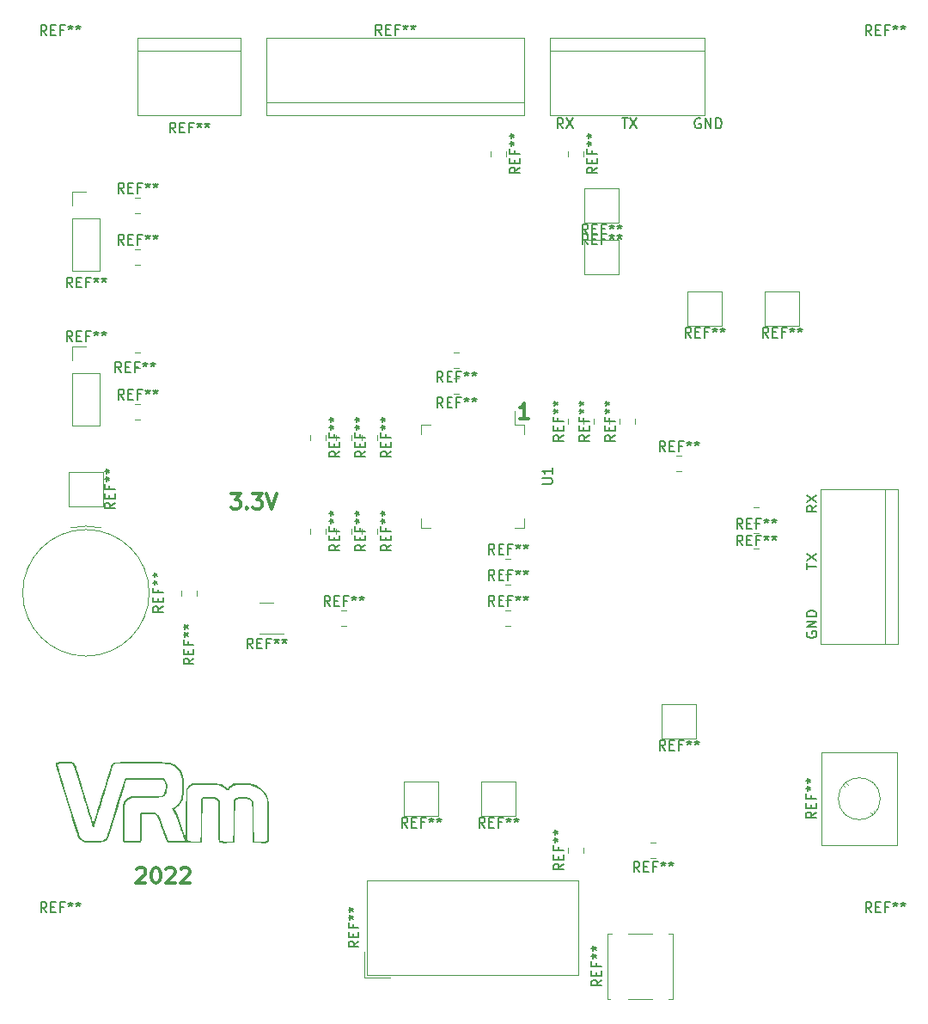
<source format=gto>
G04 #@! TF.GenerationSoftware,KiCad,Pcbnew,(6.0.1-0)*
G04 #@! TF.CreationDate,2022-03-10T22:00:30-05:00*
G04 #@! TF.ProjectId,Vrm,56726d2e-6b69-4636-9164-5f7063625858,rev?*
G04 #@! TF.SameCoordinates,Original*
G04 #@! TF.FileFunction,Legend,Top*
G04 #@! TF.FilePolarity,Positive*
%FSLAX46Y46*%
G04 Gerber Fmt 4.6, Leading zero omitted, Abs format (unit mm)*
G04 Created by KiCad (PCBNEW (6.0.1-0)) date 2022-03-10 22:00:30*
%MOMM*%
%LPD*%
G01*
G04 APERTURE LIST*
%ADD10C,0.300000*%
%ADD11C,0.150000*%
%ADD12C,0.120000*%
G04 APERTURE END LIST*
D10*
X151455714Y-102048571D02*
X152384285Y-102048571D01*
X151884285Y-102620000D01*
X152098571Y-102620000D01*
X152241428Y-102691428D01*
X152312857Y-102762857D01*
X152384285Y-102905714D01*
X152384285Y-103262857D01*
X152312857Y-103405714D01*
X152241428Y-103477142D01*
X152098571Y-103548571D01*
X151670000Y-103548571D01*
X151527142Y-103477142D01*
X151455714Y-103405714D01*
X153027142Y-103405714D02*
X153098571Y-103477142D01*
X153027142Y-103548571D01*
X152955714Y-103477142D01*
X153027142Y-103405714D01*
X153027142Y-103548571D01*
X153598571Y-102048571D02*
X154527142Y-102048571D01*
X154027142Y-102620000D01*
X154241428Y-102620000D01*
X154384285Y-102691428D01*
X154455714Y-102762857D01*
X154527142Y-102905714D01*
X154527142Y-103262857D01*
X154455714Y-103405714D01*
X154384285Y-103477142D01*
X154241428Y-103548571D01*
X153812857Y-103548571D01*
X153670000Y-103477142D01*
X153598571Y-103405714D01*
X154955714Y-102048571D02*
X155455714Y-103548571D01*
X155955714Y-102048571D01*
X180768571Y-94658571D02*
X179911428Y-94658571D01*
X180340000Y-94658571D02*
X180340000Y-93158571D01*
X180197142Y-93372857D01*
X180054285Y-93515714D01*
X179911428Y-93587142D01*
X142167428Y-139010571D02*
X142240000Y-138938000D01*
X142385142Y-138865428D01*
X142748000Y-138865428D01*
X142893142Y-138938000D01*
X142965714Y-139010571D01*
X143038285Y-139155714D01*
X143038285Y-139300857D01*
X142965714Y-139518571D01*
X142094857Y-140389428D01*
X143038285Y-140389428D01*
X143981714Y-138865428D02*
X144126857Y-138865428D01*
X144272000Y-138938000D01*
X144344571Y-139010571D01*
X144417142Y-139155714D01*
X144489714Y-139446000D01*
X144489714Y-139808857D01*
X144417142Y-140099142D01*
X144344571Y-140244285D01*
X144272000Y-140316857D01*
X144126857Y-140389428D01*
X143981714Y-140389428D01*
X143836571Y-140316857D01*
X143764000Y-140244285D01*
X143691428Y-140099142D01*
X143618857Y-139808857D01*
X143618857Y-139446000D01*
X143691428Y-139155714D01*
X143764000Y-139010571D01*
X143836571Y-138938000D01*
X143981714Y-138865428D01*
X145070285Y-139010571D02*
X145142857Y-138938000D01*
X145288000Y-138865428D01*
X145650857Y-138865428D01*
X145796000Y-138938000D01*
X145868571Y-139010571D01*
X145941142Y-139155714D01*
X145941142Y-139300857D01*
X145868571Y-139518571D01*
X144997714Y-140389428D01*
X145941142Y-140389428D01*
X146521714Y-139010571D02*
X146594285Y-138938000D01*
X146739428Y-138865428D01*
X147102285Y-138865428D01*
X147247428Y-138938000D01*
X147320000Y-139010571D01*
X147392571Y-139155714D01*
X147392571Y-139300857D01*
X147320000Y-139518571D01*
X146449142Y-140389428D01*
X147392571Y-140389428D01*
D11*
X164028380Y-146113333D02*
X163552190Y-146446666D01*
X164028380Y-146684761D02*
X163028380Y-146684761D01*
X163028380Y-146303809D01*
X163076000Y-146208571D01*
X163123619Y-146160952D01*
X163218857Y-146113333D01*
X163361714Y-146113333D01*
X163456952Y-146160952D01*
X163504571Y-146208571D01*
X163552190Y-146303809D01*
X163552190Y-146684761D01*
X163504571Y-145684761D02*
X163504571Y-145351428D01*
X164028380Y-145208571D02*
X164028380Y-145684761D01*
X163028380Y-145684761D01*
X163028380Y-145208571D01*
X163504571Y-144446666D02*
X163504571Y-144780000D01*
X164028380Y-144780000D02*
X163028380Y-144780000D01*
X163028380Y-144303809D01*
X163028380Y-143780000D02*
X163266476Y-143780000D01*
X163171238Y-144018095D02*
X163266476Y-143780000D01*
X163171238Y-143541904D01*
X163456952Y-143922857D02*
X163266476Y-143780000D01*
X163456952Y-143637142D01*
X163028380Y-143018095D02*
X163266476Y-143018095D01*
X163171238Y-143256190D02*
X163266476Y-143018095D01*
X163171238Y-142780000D01*
X163456952Y-143160952D02*
X163266476Y-143018095D01*
X163456952Y-142875238D01*
X209102380Y-133413333D02*
X208626190Y-133746666D01*
X209102380Y-133984761D02*
X208102380Y-133984761D01*
X208102380Y-133603809D01*
X208150000Y-133508571D01*
X208197619Y-133460952D01*
X208292857Y-133413333D01*
X208435714Y-133413333D01*
X208530952Y-133460952D01*
X208578571Y-133508571D01*
X208626190Y-133603809D01*
X208626190Y-133984761D01*
X208578571Y-132984761D02*
X208578571Y-132651428D01*
X209102380Y-132508571D02*
X209102380Y-132984761D01*
X208102380Y-132984761D01*
X208102380Y-132508571D01*
X208578571Y-131746666D02*
X208578571Y-132080000D01*
X209102380Y-132080000D02*
X208102380Y-132080000D01*
X208102380Y-131603809D01*
X208102380Y-131080000D02*
X208340476Y-131080000D01*
X208245238Y-131318095D02*
X208340476Y-131080000D01*
X208245238Y-130841904D01*
X208530952Y-131222857D02*
X208340476Y-131080000D01*
X208530952Y-130937142D01*
X208102380Y-130318095D02*
X208340476Y-130318095D01*
X208245238Y-130556190D02*
X208340476Y-130318095D01*
X208245238Y-130080000D01*
X208530952Y-130460952D02*
X208340476Y-130318095D01*
X208530952Y-130175238D01*
X187982380Y-149923333D02*
X187506190Y-150256666D01*
X187982380Y-150494761D02*
X186982380Y-150494761D01*
X186982380Y-150113809D01*
X187030000Y-150018571D01*
X187077619Y-149970952D01*
X187172857Y-149923333D01*
X187315714Y-149923333D01*
X187410952Y-149970952D01*
X187458571Y-150018571D01*
X187506190Y-150113809D01*
X187506190Y-150494761D01*
X187458571Y-149494761D02*
X187458571Y-149161428D01*
X187982380Y-149018571D02*
X187982380Y-149494761D01*
X186982380Y-149494761D01*
X186982380Y-149018571D01*
X187458571Y-148256666D02*
X187458571Y-148590000D01*
X187982380Y-148590000D02*
X186982380Y-148590000D01*
X186982380Y-148113809D01*
X186982380Y-147590000D02*
X187220476Y-147590000D01*
X187125238Y-147828095D02*
X187220476Y-147590000D01*
X187125238Y-147351904D01*
X187410952Y-147732857D02*
X187220476Y-147590000D01*
X187410952Y-147447142D01*
X186982380Y-146828095D02*
X187220476Y-146828095D01*
X187125238Y-147066190D02*
X187220476Y-146828095D01*
X187125238Y-146590000D01*
X187410952Y-146970952D02*
X187220476Y-146828095D01*
X187410952Y-146685238D01*
X196786666Y-86670380D02*
X196453333Y-86194190D01*
X196215238Y-86670380D02*
X196215238Y-85670380D01*
X196596190Y-85670380D01*
X196691428Y-85718000D01*
X196739047Y-85765619D01*
X196786666Y-85860857D01*
X196786666Y-86003714D01*
X196739047Y-86098952D01*
X196691428Y-86146571D01*
X196596190Y-86194190D01*
X196215238Y-86194190D01*
X197215238Y-86146571D02*
X197548571Y-86146571D01*
X197691428Y-86670380D02*
X197215238Y-86670380D01*
X197215238Y-85670380D01*
X197691428Y-85670380D01*
X198453333Y-86146571D02*
X198120000Y-86146571D01*
X198120000Y-86670380D02*
X198120000Y-85670380D01*
X198596190Y-85670380D01*
X199120000Y-85670380D02*
X199120000Y-85908476D01*
X198881904Y-85813238D02*
X199120000Y-85908476D01*
X199358095Y-85813238D01*
X198977142Y-86098952D02*
X199120000Y-85908476D01*
X199262857Y-86098952D01*
X199881904Y-85670380D02*
X199881904Y-85908476D01*
X199643809Y-85813238D02*
X199881904Y-85908476D01*
X200120000Y-85813238D01*
X199739047Y-86098952D02*
X199881904Y-85908476D01*
X200024761Y-86098952D01*
X133286666Y-56912380D02*
X132953333Y-56436190D01*
X132715238Y-56912380D02*
X132715238Y-55912380D01*
X133096190Y-55912380D01*
X133191428Y-55960000D01*
X133239047Y-56007619D01*
X133286666Y-56102857D01*
X133286666Y-56245714D01*
X133239047Y-56340952D01*
X133191428Y-56388571D01*
X133096190Y-56436190D01*
X132715238Y-56436190D01*
X133715238Y-56388571D02*
X134048571Y-56388571D01*
X134191428Y-56912380D02*
X133715238Y-56912380D01*
X133715238Y-55912380D01*
X134191428Y-55912380D01*
X134953333Y-56388571D02*
X134620000Y-56388571D01*
X134620000Y-56912380D02*
X134620000Y-55912380D01*
X135096190Y-55912380D01*
X135620000Y-55912380D02*
X135620000Y-56150476D01*
X135381904Y-56055238D02*
X135620000Y-56150476D01*
X135858095Y-56055238D01*
X135477142Y-56340952D02*
X135620000Y-56150476D01*
X135762857Y-56340952D01*
X136381904Y-55912380D02*
X136381904Y-56150476D01*
X136143809Y-56055238D02*
X136381904Y-56150476D01*
X136620000Y-56055238D01*
X136239047Y-56340952D02*
X136381904Y-56150476D01*
X136524761Y-56340952D01*
X140906666Y-92752380D02*
X140573333Y-92276190D01*
X140335238Y-92752380D02*
X140335238Y-91752380D01*
X140716190Y-91752380D01*
X140811428Y-91800000D01*
X140859047Y-91847619D01*
X140906666Y-91942857D01*
X140906666Y-92085714D01*
X140859047Y-92180952D01*
X140811428Y-92228571D01*
X140716190Y-92276190D01*
X140335238Y-92276190D01*
X141335238Y-92228571D02*
X141668571Y-92228571D01*
X141811428Y-92752380D02*
X141335238Y-92752380D01*
X141335238Y-91752380D01*
X141811428Y-91752380D01*
X142573333Y-92228571D02*
X142240000Y-92228571D01*
X142240000Y-92752380D02*
X142240000Y-91752380D01*
X142716190Y-91752380D01*
X143240000Y-91752380D02*
X143240000Y-91990476D01*
X143001904Y-91895238D02*
X143240000Y-91990476D01*
X143478095Y-91895238D01*
X143097142Y-92180952D02*
X143240000Y-91990476D01*
X143382857Y-92180952D01*
X144001904Y-91752380D02*
X144001904Y-91990476D01*
X143763809Y-91895238D02*
X144001904Y-91990476D01*
X144240000Y-91895238D01*
X143859047Y-92180952D02*
X144001904Y-91990476D01*
X144144761Y-92180952D01*
X164692380Y-97853333D02*
X164216190Y-98186666D01*
X164692380Y-98424761D02*
X163692380Y-98424761D01*
X163692380Y-98043809D01*
X163740000Y-97948571D01*
X163787619Y-97900952D01*
X163882857Y-97853333D01*
X164025714Y-97853333D01*
X164120952Y-97900952D01*
X164168571Y-97948571D01*
X164216190Y-98043809D01*
X164216190Y-98424761D01*
X164168571Y-97424761D02*
X164168571Y-97091428D01*
X164692380Y-96948571D02*
X164692380Y-97424761D01*
X163692380Y-97424761D01*
X163692380Y-96948571D01*
X164168571Y-96186666D02*
X164168571Y-96520000D01*
X164692380Y-96520000D02*
X163692380Y-96520000D01*
X163692380Y-96043809D01*
X163692380Y-95520000D02*
X163930476Y-95520000D01*
X163835238Y-95758095D02*
X163930476Y-95520000D01*
X163835238Y-95281904D01*
X164120952Y-95662857D02*
X163930476Y-95520000D01*
X164120952Y-95377142D01*
X163692380Y-94758095D02*
X163930476Y-94758095D01*
X163835238Y-94996190D02*
X163930476Y-94758095D01*
X163835238Y-94520000D01*
X164120952Y-94900952D02*
X163930476Y-94758095D01*
X164120952Y-94615238D01*
X168846666Y-134930380D02*
X168513333Y-134454190D01*
X168275238Y-134930380D02*
X168275238Y-133930380D01*
X168656190Y-133930380D01*
X168751428Y-133978000D01*
X168799047Y-134025619D01*
X168846666Y-134120857D01*
X168846666Y-134263714D01*
X168799047Y-134358952D01*
X168751428Y-134406571D01*
X168656190Y-134454190D01*
X168275238Y-134454190D01*
X169275238Y-134406571D02*
X169608571Y-134406571D01*
X169751428Y-134930380D02*
X169275238Y-134930380D01*
X169275238Y-133930380D01*
X169751428Y-133930380D01*
X170513333Y-134406571D02*
X170180000Y-134406571D01*
X170180000Y-134930380D02*
X170180000Y-133930380D01*
X170656190Y-133930380D01*
X171180000Y-133930380D02*
X171180000Y-134168476D01*
X170941904Y-134073238D02*
X171180000Y-134168476D01*
X171418095Y-134073238D01*
X171037142Y-134358952D02*
X171180000Y-134168476D01*
X171322857Y-134358952D01*
X171941904Y-133930380D02*
X171941904Y-134168476D01*
X171703809Y-134073238D02*
X171941904Y-134168476D01*
X172180000Y-134073238D01*
X171799047Y-134358952D02*
X171941904Y-134168476D01*
X172084761Y-134358952D01*
X135826666Y-81732380D02*
X135493333Y-81256190D01*
X135255238Y-81732380D02*
X135255238Y-80732380D01*
X135636190Y-80732380D01*
X135731428Y-80780000D01*
X135779047Y-80827619D01*
X135826666Y-80922857D01*
X135826666Y-81065714D01*
X135779047Y-81160952D01*
X135731428Y-81208571D01*
X135636190Y-81256190D01*
X135255238Y-81256190D01*
X136255238Y-81208571D02*
X136588571Y-81208571D01*
X136731428Y-81732380D02*
X136255238Y-81732380D01*
X136255238Y-80732380D01*
X136731428Y-80732380D01*
X137493333Y-81208571D02*
X137160000Y-81208571D01*
X137160000Y-81732380D02*
X137160000Y-80732380D01*
X137636190Y-80732380D01*
X138160000Y-80732380D02*
X138160000Y-80970476D01*
X137921904Y-80875238D02*
X138160000Y-80970476D01*
X138398095Y-80875238D01*
X138017142Y-81160952D02*
X138160000Y-80970476D01*
X138302857Y-81160952D01*
X138921904Y-80732380D02*
X138921904Y-80970476D01*
X138683809Y-80875238D02*
X138921904Y-80970476D01*
X139160000Y-80875238D01*
X138779047Y-81160952D02*
X138921904Y-80970476D01*
X139064761Y-81160952D01*
X182112380Y-101091904D02*
X182921904Y-101091904D01*
X183017142Y-101044285D01*
X183064761Y-100996666D01*
X183112380Y-100901428D01*
X183112380Y-100710952D01*
X183064761Y-100615714D01*
X183017142Y-100568095D01*
X182921904Y-100520476D01*
X182112380Y-100520476D01*
X183112380Y-99520476D02*
X183112380Y-100091904D01*
X183112380Y-99806190D02*
X182112380Y-99806190D01*
X182255238Y-99901428D01*
X182350476Y-99996666D01*
X182398095Y-100091904D01*
X161226666Y-113102380D02*
X160893333Y-112626190D01*
X160655238Y-113102380D02*
X160655238Y-112102380D01*
X161036190Y-112102380D01*
X161131428Y-112150000D01*
X161179047Y-112197619D01*
X161226666Y-112292857D01*
X161226666Y-112435714D01*
X161179047Y-112530952D01*
X161131428Y-112578571D01*
X161036190Y-112626190D01*
X160655238Y-112626190D01*
X161655238Y-112578571D02*
X161988571Y-112578571D01*
X162131428Y-113102380D02*
X161655238Y-113102380D01*
X161655238Y-112102380D01*
X162131428Y-112102380D01*
X162893333Y-112578571D02*
X162560000Y-112578571D01*
X162560000Y-113102380D02*
X162560000Y-112102380D01*
X163036190Y-112102380D01*
X163560000Y-112102380D02*
X163560000Y-112340476D01*
X163321904Y-112245238D02*
X163560000Y-112340476D01*
X163798095Y-112245238D01*
X163417142Y-112530952D02*
X163560000Y-112340476D01*
X163702857Y-112530952D01*
X164321904Y-112102380D02*
X164321904Y-112340476D01*
X164083809Y-112245238D02*
X164321904Y-112340476D01*
X164560000Y-112245238D01*
X164179047Y-112530952D02*
X164321904Y-112340476D01*
X164464761Y-112530952D01*
X153606666Y-117292380D02*
X153273333Y-116816190D01*
X153035238Y-117292380D02*
X153035238Y-116292380D01*
X153416190Y-116292380D01*
X153511428Y-116340000D01*
X153559047Y-116387619D01*
X153606666Y-116482857D01*
X153606666Y-116625714D01*
X153559047Y-116720952D01*
X153511428Y-116768571D01*
X153416190Y-116816190D01*
X153035238Y-116816190D01*
X154035238Y-116768571D02*
X154368571Y-116768571D01*
X154511428Y-117292380D02*
X154035238Y-117292380D01*
X154035238Y-116292380D01*
X154511428Y-116292380D01*
X155273333Y-116768571D02*
X154940000Y-116768571D01*
X154940000Y-117292380D02*
X154940000Y-116292380D01*
X155416190Y-116292380D01*
X155940000Y-116292380D02*
X155940000Y-116530476D01*
X155701904Y-116435238D02*
X155940000Y-116530476D01*
X156178095Y-116435238D01*
X155797142Y-116720952D02*
X155940000Y-116530476D01*
X156082857Y-116720952D01*
X156701904Y-116292380D02*
X156701904Y-116530476D01*
X156463809Y-116435238D02*
X156701904Y-116530476D01*
X156940000Y-116435238D01*
X156559047Y-116720952D02*
X156701904Y-116530476D01*
X156844761Y-116720952D01*
X144782380Y-113133333D02*
X144306190Y-113466666D01*
X144782380Y-113704761D02*
X143782380Y-113704761D01*
X143782380Y-113323809D01*
X143830000Y-113228571D01*
X143877619Y-113180952D01*
X143972857Y-113133333D01*
X144115714Y-113133333D01*
X144210952Y-113180952D01*
X144258571Y-113228571D01*
X144306190Y-113323809D01*
X144306190Y-113704761D01*
X144258571Y-112704761D02*
X144258571Y-112371428D01*
X144782380Y-112228571D02*
X144782380Y-112704761D01*
X143782380Y-112704761D01*
X143782380Y-112228571D01*
X144258571Y-111466666D02*
X144258571Y-111800000D01*
X144782380Y-111800000D02*
X143782380Y-111800000D01*
X143782380Y-111323809D01*
X143782380Y-110800000D02*
X144020476Y-110800000D01*
X143925238Y-111038095D02*
X144020476Y-110800000D01*
X143925238Y-110561904D01*
X144210952Y-110942857D02*
X144020476Y-110800000D01*
X144210952Y-110657142D01*
X143782380Y-110038095D02*
X144020476Y-110038095D01*
X143925238Y-110276190D02*
X144020476Y-110038095D01*
X143925238Y-109800000D01*
X144210952Y-110180952D02*
X144020476Y-110038095D01*
X144210952Y-109895238D01*
X162152380Y-107063333D02*
X161676190Y-107396666D01*
X162152380Y-107634761D02*
X161152380Y-107634761D01*
X161152380Y-107253809D01*
X161200000Y-107158571D01*
X161247619Y-107110952D01*
X161342857Y-107063333D01*
X161485714Y-107063333D01*
X161580952Y-107110952D01*
X161628571Y-107158571D01*
X161676190Y-107253809D01*
X161676190Y-107634761D01*
X161628571Y-106634761D02*
X161628571Y-106301428D01*
X162152380Y-106158571D02*
X162152380Y-106634761D01*
X161152380Y-106634761D01*
X161152380Y-106158571D01*
X161628571Y-105396666D02*
X161628571Y-105730000D01*
X162152380Y-105730000D02*
X161152380Y-105730000D01*
X161152380Y-105253809D01*
X161152380Y-104730000D02*
X161390476Y-104730000D01*
X161295238Y-104968095D02*
X161390476Y-104730000D01*
X161295238Y-104491904D01*
X161580952Y-104872857D02*
X161390476Y-104730000D01*
X161580952Y-104587142D01*
X161152380Y-103968095D02*
X161390476Y-103968095D01*
X161295238Y-104206190D02*
X161390476Y-103968095D01*
X161295238Y-103730000D01*
X161580952Y-104110952D02*
X161390476Y-103968095D01*
X161580952Y-103825238D01*
X172336666Y-93572380D02*
X172003333Y-93096190D01*
X171765238Y-93572380D02*
X171765238Y-92572380D01*
X172146190Y-92572380D01*
X172241428Y-92620000D01*
X172289047Y-92667619D01*
X172336666Y-92762857D01*
X172336666Y-92905714D01*
X172289047Y-93000952D01*
X172241428Y-93048571D01*
X172146190Y-93096190D01*
X171765238Y-93096190D01*
X172765238Y-93048571D02*
X173098571Y-93048571D01*
X173241428Y-93572380D02*
X172765238Y-93572380D01*
X172765238Y-92572380D01*
X173241428Y-92572380D01*
X174003333Y-93048571D02*
X173670000Y-93048571D01*
X173670000Y-93572380D02*
X173670000Y-92572380D01*
X174146190Y-92572380D01*
X174670000Y-92572380D02*
X174670000Y-92810476D01*
X174431904Y-92715238D02*
X174670000Y-92810476D01*
X174908095Y-92715238D01*
X174527142Y-93000952D02*
X174670000Y-92810476D01*
X174812857Y-93000952D01*
X175431904Y-92572380D02*
X175431904Y-92810476D01*
X175193809Y-92715238D02*
X175431904Y-92810476D01*
X175670000Y-92715238D01*
X175289047Y-93000952D02*
X175431904Y-92810476D01*
X175574761Y-93000952D01*
X166296666Y-56862380D02*
X165963333Y-56386190D01*
X165725238Y-56862380D02*
X165725238Y-55862380D01*
X166106190Y-55862380D01*
X166201428Y-55910000D01*
X166249047Y-55957619D01*
X166296666Y-56052857D01*
X166296666Y-56195714D01*
X166249047Y-56290952D01*
X166201428Y-56338571D01*
X166106190Y-56386190D01*
X165725238Y-56386190D01*
X166725238Y-56338571D02*
X167058571Y-56338571D01*
X167201428Y-56862380D02*
X166725238Y-56862380D01*
X166725238Y-55862380D01*
X167201428Y-55862380D01*
X167963333Y-56338571D02*
X167630000Y-56338571D01*
X167630000Y-56862380D02*
X167630000Y-55862380D01*
X168106190Y-55862380D01*
X168630000Y-55862380D02*
X168630000Y-56100476D01*
X168391904Y-56005238D02*
X168630000Y-56100476D01*
X168868095Y-56005238D01*
X168487142Y-56290952D02*
X168630000Y-56100476D01*
X168772857Y-56290952D01*
X169391904Y-55862380D02*
X169391904Y-56100476D01*
X169153809Y-56005238D02*
X169391904Y-56100476D01*
X169630000Y-56005238D01*
X169249047Y-56290952D02*
X169391904Y-56100476D01*
X169534761Y-56290952D01*
X145986666Y-66492380D02*
X145653333Y-66016190D01*
X145415238Y-66492380D02*
X145415238Y-65492380D01*
X145796190Y-65492380D01*
X145891428Y-65540000D01*
X145939047Y-65587619D01*
X145986666Y-65682857D01*
X145986666Y-65825714D01*
X145939047Y-65920952D01*
X145891428Y-65968571D01*
X145796190Y-66016190D01*
X145415238Y-66016190D01*
X146415238Y-65968571D02*
X146748571Y-65968571D01*
X146891428Y-66492380D02*
X146415238Y-66492380D01*
X146415238Y-65492380D01*
X146891428Y-65492380D01*
X147653333Y-65968571D02*
X147320000Y-65968571D01*
X147320000Y-66492380D02*
X147320000Y-65492380D01*
X147796190Y-65492380D01*
X148320000Y-65492380D02*
X148320000Y-65730476D01*
X148081904Y-65635238D02*
X148320000Y-65730476D01*
X148558095Y-65635238D01*
X148177142Y-65920952D02*
X148320000Y-65730476D01*
X148462857Y-65920952D01*
X149081904Y-65492380D02*
X149081904Y-65730476D01*
X148843809Y-65635238D02*
X149081904Y-65730476D01*
X149320000Y-65635238D01*
X148939047Y-65920952D02*
X149081904Y-65730476D01*
X149224761Y-65920952D01*
X189272380Y-96263333D02*
X188796190Y-96596666D01*
X189272380Y-96834761D02*
X188272380Y-96834761D01*
X188272380Y-96453809D01*
X188320000Y-96358571D01*
X188367619Y-96310952D01*
X188462857Y-96263333D01*
X188605714Y-96263333D01*
X188700952Y-96310952D01*
X188748571Y-96358571D01*
X188796190Y-96453809D01*
X188796190Y-96834761D01*
X188748571Y-95834761D02*
X188748571Y-95501428D01*
X189272380Y-95358571D02*
X189272380Y-95834761D01*
X188272380Y-95834761D01*
X188272380Y-95358571D01*
X188748571Y-94596666D02*
X188748571Y-94930000D01*
X189272380Y-94930000D02*
X188272380Y-94930000D01*
X188272380Y-94453809D01*
X188272380Y-93930000D02*
X188510476Y-93930000D01*
X188415238Y-94168095D02*
X188510476Y-93930000D01*
X188415238Y-93691904D01*
X188700952Y-94072857D02*
X188510476Y-93930000D01*
X188700952Y-93787142D01*
X188272380Y-93168095D02*
X188510476Y-93168095D01*
X188415238Y-93406190D02*
X188510476Y-93168095D01*
X188415238Y-92930000D01*
X188700952Y-93310952D02*
X188510476Y-93168095D01*
X188700952Y-93025238D01*
X177416666Y-113072380D02*
X177083333Y-112596190D01*
X176845238Y-113072380D02*
X176845238Y-112072380D01*
X177226190Y-112072380D01*
X177321428Y-112120000D01*
X177369047Y-112167619D01*
X177416666Y-112262857D01*
X177416666Y-112405714D01*
X177369047Y-112500952D01*
X177321428Y-112548571D01*
X177226190Y-112596190D01*
X176845238Y-112596190D01*
X177845238Y-112548571D02*
X178178571Y-112548571D01*
X178321428Y-113072380D02*
X177845238Y-113072380D01*
X177845238Y-112072380D01*
X178321428Y-112072380D01*
X179083333Y-112548571D02*
X178750000Y-112548571D01*
X178750000Y-113072380D02*
X178750000Y-112072380D01*
X179226190Y-112072380D01*
X179750000Y-112072380D02*
X179750000Y-112310476D01*
X179511904Y-112215238D02*
X179750000Y-112310476D01*
X179988095Y-112215238D01*
X179607142Y-112500952D02*
X179750000Y-112310476D01*
X179892857Y-112500952D01*
X180511904Y-112072380D02*
X180511904Y-112310476D01*
X180273809Y-112215238D02*
X180511904Y-112310476D01*
X180750000Y-112215238D01*
X180369047Y-112500952D02*
X180511904Y-112310476D01*
X180654761Y-112500952D01*
X186626666Y-76510380D02*
X186293333Y-76034190D01*
X186055238Y-76510380D02*
X186055238Y-75510380D01*
X186436190Y-75510380D01*
X186531428Y-75558000D01*
X186579047Y-75605619D01*
X186626666Y-75700857D01*
X186626666Y-75843714D01*
X186579047Y-75938952D01*
X186531428Y-75986571D01*
X186436190Y-76034190D01*
X186055238Y-76034190D01*
X187055238Y-75986571D02*
X187388571Y-75986571D01*
X187531428Y-76510380D02*
X187055238Y-76510380D01*
X187055238Y-75510380D01*
X187531428Y-75510380D01*
X188293333Y-75986571D02*
X187960000Y-75986571D01*
X187960000Y-76510380D02*
X187960000Y-75510380D01*
X188436190Y-75510380D01*
X188960000Y-75510380D02*
X188960000Y-75748476D01*
X188721904Y-75653238D02*
X188960000Y-75748476D01*
X189198095Y-75653238D01*
X188817142Y-75938952D02*
X188960000Y-75748476D01*
X189102857Y-75938952D01*
X189721904Y-75510380D02*
X189721904Y-75748476D01*
X189483809Y-75653238D02*
X189721904Y-75748476D01*
X189960000Y-75653238D01*
X189579047Y-75938952D02*
X189721904Y-75748476D01*
X189864761Y-75938952D01*
X214566666Y-56912380D02*
X214233333Y-56436190D01*
X213995238Y-56912380D02*
X213995238Y-55912380D01*
X214376190Y-55912380D01*
X214471428Y-55960000D01*
X214519047Y-56007619D01*
X214566666Y-56102857D01*
X214566666Y-56245714D01*
X214519047Y-56340952D01*
X214471428Y-56388571D01*
X214376190Y-56436190D01*
X213995238Y-56436190D01*
X214995238Y-56388571D02*
X215328571Y-56388571D01*
X215471428Y-56912380D02*
X214995238Y-56912380D01*
X214995238Y-55912380D01*
X215471428Y-55912380D01*
X216233333Y-56388571D02*
X215900000Y-56388571D01*
X215900000Y-56912380D02*
X215900000Y-55912380D01*
X216376190Y-55912380D01*
X216900000Y-55912380D02*
X216900000Y-56150476D01*
X216661904Y-56055238D02*
X216900000Y-56150476D01*
X217138095Y-56055238D01*
X216757142Y-56340952D02*
X216900000Y-56150476D01*
X217042857Y-56340952D01*
X217661904Y-55912380D02*
X217661904Y-56150476D01*
X217423809Y-56055238D02*
X217661904Y-56150476D01*
X217900000Y-56055238D01*
X217519047Y-56340952D02*
X217661904Y-56150476D01*
X217804761Y-56340952D01*
X133286666Y-143272380D02*
X132953333Y-142796190D01*
X132715238Y-143272380D02*
X132715238Y-142272380D01*
X133096190Y-142272380D01*
X133191428Y-142320000D01*
X133239047Y-142367619D01*
X133286666Y-142462857D01*
X133286666Y-142605714D01*
X133239047Y-142700952D01*
X133191428Y-142748571D01*
X133096190Y-142796190D01*
X132715238Y-142796190D01*
X133715238Y-142748571D02*
X134048571Y-142748571D01*
X134191428Y-143272380D02*
X133715238Y-143272380D01*
X133715238Y-142272380D01*
X134191428Y-142272380D01*
X134953333Y-142748571D02*
X134620000Y-142748571D01*
X134620000Y-143272380D02*
X134620000Y-142272380D01*
X135096190Y-142272380D01*
X135620000Y-142272380D02*
X135620000Y-142510476D01*
X135381904Y-142415238D02*
X135620000Y-142510476D01*
X135858095Y-142415238D01*
X135477142Y-142700952D02*
X135620000Y-142510476D01*
X135762857Y-142700952D01*
X136381904Y-142272380D02*
X136381904Y-142510476D01*
X136143809Y-142415238D02*
X136381904Y-142510476D01*
X136620000Y-142415238D01*
X136239047Y-142700952D02*
X136381904Y-142510476D01*
X136524761Y-142700952D01*
X167232380Y-97853333D02*
X166756190Y-98186666D01*
X167232380Y-98424761D02*
X166232380Y-98424761D01*
X166232380Y-98043809D01*
X166280000Y-97948571D01*
X166327619Y-97900952D01*
X166422857Y-97853333D01*
X166565714Y-97853333D01*
X166660952Y-97900952D01*
X166708571Y-97948571D01*
X166756190Y-98043809D01*
X166756190Y-98424761D01*
X166708571Y-97424761D02*
X166708571Y-97091428D01*
X167232380Y-96948571D02*
X167232380Y-97424761D01*
X166232380Y-97424761D01*
X166232380Y-96948571D01*
X166708571Y-96186666D02*
X166708571Y-96520000D01*
X167232380Y-96520000D02*
X166232380Y-96520000D01*
X166232380Y-96043809D01*
X166232380Y-95520000D02*
X166470476Y-95520000D01*
X166375238Y-95758095D02*
X166470476Y-95520000D01*
X166375238Y-95281904D01*
X166660952Y-95662857D02*
X166470476Y-95520000D01*
X166660952Y-95377142D01*
X166232380Y-94758095D02*
X166470476Y-94758095D01*
X166375238Y-94996190D02*
X166470476Y-94758095D01*
X166375238Y-94520000D01*
X166660952Y-94900952D02*
X166470476Y-94758095D01*
X166660952Y-94615238D01*
X194246666Y-97862380D02*
X193913333Y-97386190D01*
X193675238Y-97862380D02*
X193675238Y-96862380D01*
X194056190Y-96862380D01*
X194151428Y-96910000D01*
X194199047Y-96957619D01*
X194246666Y-97052857D01*
X194246666Y-97195714D01*
X194199047Y-97290952D01*
X194151428Y-97338571D01*
X194056190Y-97386190D01*
X193675238Y-97386190D01*
X194675238Y-97338571D02*
X195008571Y-97338571D01*
X195151428Y-97862380D02*
X194675238Y-97862380D01*
X194675238Y-96862380D01*
X195151428Y-96862380D01*
X195913333Y-97338571D02*
X195580000Y-97338571D01*
X195580000Y-97862380D02*
X195580000Y-96862380D01*
X196056190Y-96862380D01*
X196580000Y-96862380D02*
X196580000Y-97100476D01*
X196341904Y-97005238D02*
X196580000Y-97100476D01*
X196818095Y-97005238D01*
X196437142Y-97290952D02*
X196580000Y-97100476D01*
X196722857Y-97290952D01*
X197341904Y-96862380D02*
X197341904Y-97100476D01*
X197103809Y-97005238D02*
X197341904Y-97100476D01*
X197580000Y-97005238D01*
X197199047Y-97290952D02*
X197341904Y-97100476D01*
X197484761Y-97290952D01*
X184222380Y-138493333D02*
X183746190Y-138826666D01*
X184222380Y-139064761D02*
X183222380Y-139064761D01*
X183222380Y-138683809D01*
X183270000Y-138588571D01*
X183317619Y-138540952D01*
X183412857Y-138493333D01*
X183555714Y-138493333D01*
X183650952Y-138540952D01*
X183698571Y-138588571D01*
X183746190Y-138683809D01*
X183746190Y-139064761D01*
X183698571Y-138064761D02*
X183698571Y-137731428D01*
X184222380Y-137588571D02*
X184222380Y-138064761D01*
X183222380Y-138064761D01*
X183222380Y-137588571D01*
X183698571Y-136826666D02*
X183698571Y-137160000D01*
X184222380Y-137160000D02*
X183222380Y-137160000D01*
X183222380Y-136683809D01*
X183222380Y-136160000D02*
X183460476Y-136160000D01*
X183365238Y-136398095D02*
X183460476Y-136160000D01*
X183365238Y-135921904D01*
X183650952Y-136302857D02*
X183460476Y-136160000D01*
X183650952Y-136017142D01*
X183222380Y-135398095D02*
X183460476Y-135398095D01*
X183365238Y-135636190D02*
X183460476Y-135398095D01*
X183365238Y-135160000D01*
X183650952Y-135540952D02*
X183460476Y-135398095D01*
X183650952Y-135255238D01*
X191706666Y-139292380D02*
X191373333Y-138816190D01*
X191135238Y-139292380D02*
X191135238Y-138292380D01*
X191516190Y-138292380D01*
X191611428Y-138340000D01*
X191659047Y-138387619D01*
X191706666Y-138482857D01*
X191706666Y-138625714D01*
X191659047Y-138720952D01*
X191611428Y-138768571D01*
X191516190Y-138816190D01*
X191135238Y-138816190D01*
X192135238Y-138768571D02*
X192468571Y-138768571D01*
X192611428Y-139292380D02*
X192135238Y-139292380D01*
X192135238Y-138292380D01*
X192611428Y-138292380D01*
X193373333Y-138768571D02*
X193040000Y-138768571D01*
X193040000Y-139292380D02*
X193040000Y-138292380D01*
X193516190Y-138292380D01*
X194040000Y-138292380D02*
X194040000Y-138530476D01*
X193801904Y-138435238D02*
X194040000Y-138530476D01*
X194278095Y-138435238D01*
X193897142Y-138720952D02*
X194040000Y-138530476D01*
X194182857Y-138720952D01*
X194801904Y-138292380D02*
X194801904Y-138530476D01*
X194563809Y-138435238D02*
X194801904Y-138530476D01*
X195040000Y-138435238D01*
X194659047Y-138720952D02*
X194801904Y-138530476D01*
X194944761Y-138720952D01*
X164692380Y-107063333D02*
X164216190Y-107396666D01*
X164692380Y-107634761D02*
X163692380Y-107634761D01*
X163692380Y-107253809D01*
X163740000Y-107158571D01*
X163787619Y-107110952D01*
X163882857Y-107063333D01*
X164025714Y-107063333D01*
X164120952Y-107110952D01*
X164168571Y-107158571D01*
X164216190Y-107253809D01*
X164216190Y-107634761D01*
X164168571Y-106634761D02*
X164168571Y-106301428D01*
X164692380Y-106158571D02*
X164692380Y-106634761D01*
X163692380Y-106634761D01*
X163692380Y-106158571D01*
X164168571Y-105396666D02*
X164168571Y-105730000D01*
X164692380Y-105730000D02*
X163692380Y-105730000D01*
X163692380Y-105253809D01*
X163692380Y-104730000D02*
X163930476Y-104730000D01*
X163835238Y-104968095D02*
X163930476Y-104730000D01*
X163835238Y-104491904D01*
X164120952Y-104872857D02*
X163930476Y-104730000D01*
X164120952Y-104587142D01*
X163692380Y-103968095D02*
X163930476Y-103968095D01*
X163835238Y-104206190D02*
X163930476Y-103968095D01*
X163835238Y-103730000D01*
X164120952Y-104110952D02*
X163930476Y-103968095D01*
X164120952Y-103825238D01*
X201866666Y-105482380D02*
X201533333Y-105006190D01*
X201295238Y-105482380D02*
X201295238Y-104482380D01*
X201676190Y-104482380D01*
X201771428Y-104530000D01*
X201819047Y-104577619D01*
X201866666Y-104672857D01*
X201866666Y-104815714D01*
X201819047Y-104910952D01*
X201771428Y-104958571D01*
X201676190Y-105006190D01*
X201295238Y-105006190D01*
X202295238Y-104958571D02*
X202628571Y-104958571D01*
X202771428Y-105482380D02*
X202295238Y-105482380D01*
X202295238Y-104482380D01*
X202771428Y-104482380D01*
X203533333Y-104958571D02*
X203200000Y-104958571D01*
X203200000Y-105482380D02*
X203200000Y-104482380D01*
X203676190Y-104482380D01*
X204200000Y-104482380D02*
X204200000Y-104720476D01*
X203961904Y-104625238D02*
X204200000Y-104720476D01*
X204438095Y-104625238D01*
X204057142Y-104910952D02*
X204200000Y-104720476D01*
X204342857Y-104910952D01*
X204961904Y-104482380D02*
X204961904Y-104720476D01*
X204723809Y-104625238D02*
X204961904Y-104720476D01*
X205200000Y-104625238D01*
X204819047Y-104910952D02*
X204961904Y-104720476D01*
X205104761Y-104910952D01*
X172336666Y-91032380D02*
X172003333Y-90556190D01*
X171765238Y-91032380D02*
X171765238Y-90032380D01*
X172146190Y-90032380D01*
X172241428Y-90080000D01*
X172289047Y-90127619D01*
X172336666Y-90222857D01*
X172336666Y-90365714D01*
X172289047Y-90460952D01*
X172241428Y-90508571D01*
X172146190Y-90556190D01*
X171765238Y-90556190D01*
X172765238Y-90508571D02*
X173098571Y-90508571D01*
X173241428Y-91032380D02*
X172765238Y-91032380D01*
X172765238Y-90032380D01*
X173241428Y-90032380D01*
X174003333Y-90508571D02*
X173670000Y-90508571D01*
X173670000Y-91032380D02*
X173670000Y-90032380D01*
X174146190Y-90032380D01*
X174670000Y-90032380D02*
X174670000Y-90270476D01*
X174431904Y-90175238D02*
X174670000Y-90270476D01*
X174908095Y-90175238D01*
X174527142Y-90460952D02*
X174670000Y-90270476D01*
X174812857Y-90460952D01*
X175431904Y-90032380D02*
X175431904Y-90270476D01*
X175193809Y-90175238D02*
X175431904Y-90270476D01*
X175670000Y-90175238D01*
X175289047Y-90460952D02*
X175431904Y-90270476D01*
X175574761Y-90460952D01*
X201866666Y-107132380D02*
X201533333Y-106656190D01*
X201295238Y-107132380D02*
X201295238Y-106132380D01*
X201676190Y-106132380D01*
X201771428Y-106180000D01*
X201819047Y-106227619D01*
X201866666Y-106322857D01*
X201866666Y-106465714D01*
X201819047Y-106560952D01*
X201771428Y-106608571D01*
X201676190Y-106656190D01*
X201295238Y-106656190D01*
X202295238Y-106608571D02*
X202628571Y-106608571D01*
X202771428Y-107132380D02*
X202295238Y-107132380D01*
X202295238Y-106132380D01*
X202771428Y-106132380D01*
X203533333Y-106608571D02*
X203200000Y-106608571D01*
X203200000Y-107132380D02*
X203200000Y-106132380D01*
X203676190Y-106132380D01*
X204200000Y-106132380D02*
X204200000Y-106370476D01*
X203961904Y-106275238D02*
X204200000Y-106370476D01*
X204438095Y-106275238D01*
X204057142Y-106560952D02*
X204200000Y-106370476D01*
X204342857Y-106560952D01*
X204961904Y-106132380D02*
X204961904Y-106370476D01*
X204723809Y-106275238D02*
X204961904Y-106370476D01*
X205200000Y-106275238D01*
X204819047Y-106560952D02*
X204961904Y-106370476D01*
X205104761Y-106560952D01*
X176466666Y-134930380D02*
X176133333Y-134454190D01*
X175895238Y-134930380D02*
X175895238Y-133930380D01*
X176276190Y-133930380D01*
X176371428Y-133978000D01*
X176419047Y-134025619D01*
X176466666Y-134120857D01*
X176466666Y-134263714D01*
X176419047Y-134358952D01*
X176371428Y-134406571D01*
X176276190Y-134454190D01*
X175895238Y-134454190D01*
X176895238Y-134406571D02*
X177228571Y-134406571D01*
X177371428Y-134930380D02*
X176895238Y-134930380D01*
X176895238Y-133930380D01*
X177371428Y-133930380D01*
X178133333Y-134406571D02*
X177800000Y-134406571D01*
X177800000Y-134930380D02*
X177800000Y-133930380D01*
X178276190Y-133930380D01*
X178800000Y-133930380D02*
X178800000Y-134168476D01*
X178561904Y-134073238D02*
X178800000Y-134168476D01*
X179038095Y-134073238D01*
X178657142Y-134358952D02*
X178800000Y-134168476D01*
X178942857Y-134358952D01*
X179561904Y-133930380D02*
X179561904Y-134168476D01*
X179323809Y-134073238D02*
X179561904Y-134168476D01*
X179800000Y-134073238D01*
X179419047Y-134358952D02*
X179561904Y-134168476D01*
X179704761Y-134358952D01*
X214566666Y-143272380D02*
X214233333Y-142796190D01*
X213995238Y-143272380D02*
X213995238Y-142272380D01*
X214376190Y-142272380D01*
X214471428Y-142320000D01*
X214519047Y-142367619D01*
X214566666Y-142462857D01*
X214566666Y-142605714D01*
X214519047Y-142700952D01*
X214471428Y-142748571D01*
X214376190Y-142796190D01*
X213995238Y-142796190D01*
X214995238Y-142748571D02*
X215328571Y-142748571D01*
X215471428Y-143272380D02*
X214995238Y-143272380D01*
X214995238Y-142272380D01*
X215471428Y-142272380D01*
X216233333Y-142748571D02*
X215900000Y-142748571D01*
X215900000Y-143272380D02*
X215900000Y-142272380D01*
X216376190Y-142272380D01*
X216900000Y-142272380D02*
X216900000Y-142510476D01*
X216661904Y-142415238D02*
X216900000Y-142510476D01*
X217138095Y-142415238D01*
X216757142Y-142700952D02*
X216900000Y-142510476D01*
X217042857Y-142700952D01*
X217661904Y-142272380D02*
X217661904Y-142510476D01*
X217423809Y-142415238D02*
X217661904Y-142510476D01*
X217900000Y-142415238D01*
X217519047Y-142700952D02*
X217661904Y-142510476D01*
X217804761Y-142700952D01*
X167232380Y-107063333D02*
X166756190Y-107396666D01*
X167232380Y-107634761D02*
X166232380Y-107634761D01*
X166232380Y-107253809D01*
X166280000Y-107158571D01*
X166327619Y-107110952D01*
X166422857Y-107063333D01*
X166565714Y-107063333D01*
X166660952Y-107110952D01*
X166708571Y-107158571D01*
X166756190Y-107253809D01*
X166756190Y-107634761D01*
X166708571Y-106634761D02*
X166708571Y-106301428D01*
X167232380Y-106158571D02*
X167232380Y-106634761D01*
X166232380Y-106634761D01*
X166232380Y-106158571D01*
X166708571Y-105396666D02*
X166708571Y-105730000D01*
X167232380Y-105730000D02*
X166232380Y-105730000D01*
X166232380Y-105253809D01*
X166232380Y-104730000D02*
X166470476Y-104730000D01*
X166375238Y-104968095D02*
X166470476Y-104730000D01*
X166375238Y-104491904D01*
X166660952Y-104872857D02*
X166470476Y-104730000D01*
X166660952Y-104587142D01*
X166232380Y-103968095D02*
X166470476Y-103968095D01*
X166375238Y-104206190D02*
X166470476Y-103968095D01*
X166375238Y-103730000D01*
X166660952Y-104110952D02*
X166470476Y-103968095D01*
X166660952Y-103825238D01*
X140906666Y-72432380D02*
X140573333Y-71956190D01*
X140335238Y-72432380D02*
X140335238Y-71432380D01*
X140716190Y-71432380D01*
X140811428Y-71480000D01*
X140859047Y-71527619D01*
X140906666Y-71622857D01*
X140906666Y-71765714D01*
X140859047Y-71860952D01*
X140811428Y-71908571D01*
X140716190Y-71956190D01*
X140335238Y-71956190D01*
X141335238Y-71908571D02*
X141668571Y-71908571D01*
X141811428Y-72432380D02*
X141335238Y-72432380D01*
X141335238Y-71432380D01*
X141811428Y-71432380D01*
X142573333Y-71908571D02*
X142240000Y-71908571D01*
X142240000Y-72432380D02*
X142240000Y-71432380D01*
X142716190Y-71432380D01*
X143240000Y-71432380D02*
X143240000Y-71670476D01*
X143001904Y-71575238D02*
X143240000Y-71670476D01*
X143478095Y-71575238D01*
X143097142Y-71860952D02*
X143240000Y-71670476D01*
X143382857Y-71860952D01*
X144001904Y-71432380D02*
X144001904Y-71670476D01*
X143763809Y-71575238D02*
X144001904Y-71670476D01*
X144240000Y-71575238D01*
X143859047Y-71860952D02*
X144001904Y-71670476D01*
X144144761Y-71860952D01*
X162152380Y-97853333D02*
X161676190Y-98186666D01*
X162152380Y-98424761D02*
X161152380Y-98424761D01*
X161152380Y-98043809D01*
X161200000Y-97948571D01*
X161247619Y-97900952D01*
X161342857Y-97853333D01*
X161485714Y-97853333D01*
X161580952Y-97900952D01*
X161628571Y-97948571D01*
X161676190Y-98043809D01*
X161676190Y-98424761D01*
X161628571Y-97424761D02*
X161628571Y-97091428D01*
X162152380Y-96948571D02*
X162152380Y-97424761D01*
X161152380Y-97424761D01*
X161152380Y-96948571D01*
X161628571Y-96186666D02*
X161628571Y-96520000D01*
X162152380Y-96520000D02*
X161152380Y-96520000D01*
X161152380Y-96043809D01*
X161152380Y-95520000D02*
X161390476Y-95520000D01*
X161295238Y-95758095D02*
X161390476Y-95520000D01*
X161295238Y-95281904D01*
X161580952Y-95662857D02*
X161390476Y-95520000D01*
X161580952Y-95377142D01*
X161152380Y-94758095D02*
X161390476Y-94758095D01*
X161295238Y-94996190D02*
X161390476Y-94758095D01*
X161295238Y-94520000D01*
X161580952Y-94900952D02*
X161390476Y-94758095D01*
X161580952Y-94615238D01*
X184172857Y-66062380D02*
X183839523Y-65586190D01*
X183601428Y-66062380D02*
X183601428Y-65062380D01*
X183982380Y-65062380D01*
X184077619Y-65110000D01*
X184125238Y-65157619D01*
X184172857Y-65252857D01*
X184172857Y-65395714D01*
X184125238Y-65490952D01*
X184077619Y-65538571D01*
X183982380Y-65586190D01*
X183601428Y-65586190D01*
X184506190Y-65062380D02*
X185172857Y-66062380D01*
X185172857Y-65062380D02*
X184506190Y-66062380D01*
X189982380Y-65062380D02*
X190553809Y-65062380D01*
X190268095Y-66062380D02*
X190268095Y-65062380D01*
X190791904Y-65062380D02*
X191458571Y-66062380D01*
X191458571Y-65062380D02*
X190791904Y-66062380D01*
X197696666Y-65110000D02*
X197601428Y-65062380D01*
X197458571Y-65062380D01*
X197315714Y-65110000D01*
X197220476Y-65205238D01*
X197172857Y-65300476D01*
X197125238Y-65490952D01*
X197125238Y-65633809D01*
X197172857Y-65824285D01*
X197220476Y-65919523D01*
X197315714Y-66014761D01*
X197458571Y-66062380D01*
X197553809Y-66062380D01*
X197696666Y-66014761D01*
X197744285Y-65967142D01*
X197744285Y-65633809D01*
X197553809Y-65633809D01*
X198172857Y-66062380D02*
X198172857Y-65062380D01*
X198744285Y-66062380D01*
X198744285Y-65062380D01*
X199220476Y-66062380D02*
X199220476Y-65062380D01*
X199458571Y-65062380D01*
X199601428Y-65110000D01*
X199696666Y-65205238D01*
X199744285Y-65300476D01*
X199791904Y-65490952D01*
X199791904Y-65633809D01*
X199744285Y-65824285D01*
X199696666Y-65919523D01*
X199601428Y-66014761D01*
X199458571Y-66062380D01*
X199220476Y-66062380D01*
X177416666Y-107992380D02*
X177083333Y-107516190D01*
X176845238Y-107992380D02*
X176845238Y-106992380D01*
X177226190Y-106992380D01*
X177321428Y-107040000D01*
X177369047Y-107087619D01*
X177416666Y-107182857D01*
X177416666Y-107325714D01*
X177369047Y-107420952D01*
X177321428Y-107468571D01*
X177226190Y-107516190D01*
X176845238Y-107516190D01*
X177845238Y-107468571D02*
X178178571Y-107468571D01*
X178321428Y-107992380D02*
X177845238Y-107992380D01*
X177845238Y-106992380D01*
X178321428Y-106992380D01*
X179083333Y-107468571D02*
X178750000Y-107468571D01*
X178750000Y-107992380D02*
X178750000Y-106992380D01*
X179226190Y-106992380D01*
X179750000Y-106992380D02*
X179750000Y-107230476D01*
X179511904Y-107135238D02*
X179750000Y-107230476D01*
X179988095Y-107135238D01*
X179607142Y-107420952D02*
X179750000Y-107230476D01*
X179892857Y-107420952D01*
X180511904Y-106992380D02*
X180511904Y-107230476D01*
X180273809Y-107135238D02*
X180511904Y-107230476D01*
X180750000Y-107135238D01*
X180369047Y-107420952D02*
X180511904Y-107230476D01*
X180654761Y-107420952D01*
X179902380Y-69913333D02*
X179426190Y-70246666D01*
X179902380Y-70484761D02*
X178902380Y-70484761D01*
X178902380Y-70103809D01*
X178950000Y-70008571D01*
X178997619Y-69960952D01*
X179092857Y-69913333D01*
X179235714Y-69913333D01*
X179330952Y-69960952D01*
X179378571Y-70008571D01*
X179426190Y-70103809D01*
X179426190Y-70484761D01*
X179378571Y-69484761D02*
X179378571Y-69151428D01*
X179902380Y-69008571D02*
X179902380Y-69484761D01*
X178902380Y-69484761D01*
X178902380Y-69008571D01*
X179378571Y-68246666D02*
X179378571Y-68580000D01*
X179902380Y-68580000D02*
X178902380Y-68580000D01*
X178902380Y-68103809D01*
X178902380Y-67580000D02*
X179140476Y-67580000D01*
X179045238Y-67818095D02*
X179140476Y-67580000D01*
X179045238Y-67341904D01*
X179330952Y-67722857D02*
X179140476Y-67580000D01*
X179330952Y-67437142D01*
X178902380Y-66818095D02*
X179140476Y-66818095D01*
X179045238Y-67056190D02*
X179140476Y-66818095D01*
X179045238Y-66580000D01*
X179330952Y-66960952D02*
X179140476Y-66818095D01*
X179330952Y-66675238D01*
X186626666Y-77492380D02*
X186293333Y-77016190D01*
X186055238Y-77492380D02*
X186055238Y-76492380D01*
X186436190Y-76492380D01*
X186531428Y-76540000D01*
X186579047Y-76587619D01*
X186626666Y-76682857D01*
X186626666Y-76825714D01*
X186579047Y-76920952D01*
X186531428Y-76968571D01*
X186436190Y-77016190D01*
X186055238Y-77016190D01*
X187055238Y-76968571D02*
X187388571Y-76968571D01*
X187531428Y-77492380D02*
X187055238Y-77492380D01*
X187055238Y-76492380D01*
X187531428Y-76492380D01*
X188293333Y-76968571D02*
X187960000Y-76968571D01*
X187960000Y-77492380D02*
X187960000Y-76492380D01*
X188436190Y-76492380D01*
X188960000Y-76492380D02*
X188960000Y-76730476D01*
X188721904Y-76635238D02*
X188960000Y-76730476D01*
X189198095Y-76635238D01*
X188817142Y-76920952D02*
X188960000Y-76730476D01*
X189102857Y-76920952D01*
X189721904Y-76492380D02*
X189721904Y-76730476D01*
X189483809Y-76635238D02*
X189721904Y-76730476D01*
X189960000Y-76635238D01*
X189579047Y-76920952D02*
X189721904Y-76730476D01*
X189864761Y-76920952D01*
X140645414Y-90087380D02*
X140312081Y-89611190D01*
X140073986Y-90087380D02*
X140073986Y-89087380D01*
X140454938Y-89087380D01*
X140550176Y-89135000D01*
X140597795Y-89182619D01*
X140645414Y-89277857D01*
X140645414Y-89420714D01*
X140597795Y-89515952D01*
X140550176Y-89563571D01*
X140454938Y-89611190D01*
X140073986Y-89611190D01*
X141073986Y-89563571D02*
X141407319Y-89563571D01*
X141550176Y-90087380D02*
X141073986Y-90087380D01*
X141073986Y-89087380D01*
X141550176Y-89087380D01*
X142312081Y-89563571D02*
X141978748Y-89563571D01*
X141978748Y-90087380D02*
X141978748Y-89087380D01*
X142454938Y-89087380D01*
X142978748Y-89087380D02*
X142978748Y-89325476D01*
X142740652Y-89230238D02*
X142978748Y-89325476D01*
X143216843Y-89230238D01*
X142835890Y-89515952D02*
X142978748Y-89325476D01*
X143121605Y-89515952D01*
X143740652Y-89087380D02*
X143740652Y-89325476D01*
X143502557Y-89230238D02*
X143740652Y-89325476D01*
X143978748Y-89230238D01*
X143597795Y-89515952D02*
X143740652Y-89325476D01*
X143883509Y-89515952D01*
X147772380Y-118253333D02*
X147296190Y-118586666D01*
X147772380Y-118824761D02*
X146772380Y-118824761D01*
X146772380Y-118443809D01*
X146820000Y-118348571D01*
X146867619Y-118300952D01*
X146962857Y-118253333D01*
X147105714Y-118253333D01*
X147200952Y-118300952D01*
X147248571Y-118348571D01*
X147296190Y-118443809D01*
X147296190Y-118824761D01*
X147248571Y-117824761D02*
X147248571Y-117491428D01*
X147772380Y-117348571D02*
X147772380Y-117824761D01*
X146772380Y-117824761D01*
X146772380Y-117348571D01*
X147248571Y-116586666D02*
X147248571Y-116920000D01*
X147772380Y-116920000D02*
X146772380Y-116920000D01*
X146772380Y-116443809D01*
X146772380Y-115920000D02*
X147010476Y-115920000D01*
X146915238Y-116158095D02*
X147010476Y-115920000D01*
X146915238Y-115681904D01*
X147200952Y-116062857D02*
X147010476Y-115920000D01*
X147200952Y-115777142D01*
X146772380Y-115158095D02*
X147010476Y-115158095D01*
X146915238Y-115396190D02*
X147010476Y-115158095D01*
X146915238Y-114920000D01*
X147200952Y-115300952D02*
X147010476Y-115158095D01*
X147200952Y-115015238D01*
X208210000Y-115654761D02*
X208162380Y-115750000D01*
X208162380Y-115892857D01*
X208210000Y-116035714D01*
X208305238Y-116130952D01*
X208400476Y-116178571D01*
X208590952Y-116226190D01*
X208733809Y-116226190D01*
X208924285Y-116178571D01*
X209019523Y-116130952D01*
X209114761Y-116035714D01*
X209162380Y-115892857D01*
X209162380Y-115797619D01*
X209114761Y-115654761D01*
X209067142Y-115607142D01*
X208733809Y-115607142D01*
X208733809Y-115797619D01*
X209162380Y-115178571D02*
X208162380Y-115178571D01*
X209162380Y-114607142D01*
X208162380Y-114607142D01*
X209162380Y-114130952D02*
X208162380Y-114130952D01*
X208162380Y-113892857D01*
X208210000Y-113750000D01*
X208305238Y-113654761D01*
X208400476Y-113607142D01*
X208590952Y-113559523D01*
X208733809Y-113559523D01*
X208924285Y-113607142D01*
X209019523Y-113654761D01*
X209114761Y-113750000D01*
X209162380Y-113892857D01*
X209162380Y-114130952D01*
X208162380Y-109464285D02*
X208162380Y-108892857D01*
X209162380Y-109178571D02*
X208162380Y-109178571D01*
X208162380Y-108654761D02*
X209162380Y-107988095D01*
X208162380Y-107988095D02*
X209162380Y-108654761D01*
X209162380Y-103226190D02*
X208686190Y-103559523D01*
X209162380Y-103797619D02*
X208162380Y-103797619D01*
X208162380Y-103416666D01*
X208210000Y-103321428D01*
X208257619Y-103273809D01*
X208352857Y-103226190D01*
X208495714Y-103226190D01*
X208590952Y-103273809D01*
X208638571Y-103321428D01*
X208686190Y-103416666D01*
X208686190Y-103797619D01*
X208162380Y-102892857D02*
X209162380Y-102226190D01*
X208162380Y-102226190D02*
X209162380Y-102892857D01*
X140906666Y-77512380D02*
X140573333Y-77036190D01*
X140335238Y-77512380D02*
X140335238Y-76512380D01*
X140716190Y-76512380D01*
X140811428Y-76560000D01*
X140859047Y-76607619D01*
X140906666Y-76702857D01*
X140906666Y-76845714D01*
X140859047Y-76940952D01*
X140811428Y-76988571D01*
X140716190Y-77036190D01*
X140335238Y-77036190D01*
X141335238Y-76988571D02*
X141668571Y-76988571D01*
X141811428Y-77512380D02*
X141335238Y-77512380D01*
X141335238Y-76512380D01*
X141811428Y-76512380D01*
X142573333Y-76988571D02*
X142240000Y-76988571D01*
X142240000Y-77512380D02*
X142240000Y-76512380D01*
X142716190Y-76512380D01*
X143240000Y-76512380D02*
X143240000Y-76750476D01*
X143001904Y-76655238D02*
X143240000Y-76750476D01*
X143478095Y-76655238D01*
X143097142Y-76940952D02*
X143240000Y-76750476D01*
X143382857Y-76940952D01*
X144001904Y-76512380D02*
X144001904Y-76750476D01*
X143763809Y-76655238D02*
X144001904Y-76750476D01*
X144240000Y-76655238D01*
X143859047Y-76940952D02*
X144001904Y-76750476D01*
X144144761Y-76940952D01*
X204406666Y-86670380D02*
X204073333Y-86194190D01*
X203835238Y-86670380D02*
X203835238Y-85670380D01*
X204216190Y-85670380D01*
X204311428Y-85718000D01*
X204359047Y-85765619D01*
X204406666Y-85860857D01*
X204406666Y-86003714D01*
X204359047Y-86098952D01*
X204311428Y-86146571D01*
X204216190Y-86194190D01*
X203835238Y-86194190D01*
X204835238Y-86146571D02*
X205168571Y-86146571D01*
X205311428Y-86670380D02*
X204835238Y-86670380D01*
X204835238Y-85670380D01*
X205311428Y-85670380D01*
X206073333Y-86146571D02*
X205740000Y-86146571D01*
X205740000Y-86670380D02*
X205740000Y-85670380D01*
X206216190Y-85670380D01*
X206740000Y-85670380D02*
X206740000Y-85908476D01*
X206501904Y-85813238D02*
X206740000Y-85908476D01*
X206978095Y-85813238D01*
X206597142Y-86098952D02*
X206740000Y-85908476D01*
X206882857Y-86098952D01*
X207501904Y-85670380D02*
X207501904Y-85908476D01*
X207263809Y-85813238D02*
X207501904Y-85908476D01*
X207740000Y-85813238D01*
X207359047Y-86098952D02*
X207501904Y-85908476D01*
X207644761Y-86098952D01*
X186732380Y-96263333D02*
X186256190Y-96596666D01*
X186732380Y-96834761D02*
X185732380Y-96834761D01*
X185732380Y-96453809D01*
X185780000Y-96358571D01*
X185827619Y-96310952D01*
X185922857Y-96263333D01*
X186065714Y-96263333D01*
X186160952Y-96310952D01*
X186208571Y-96358571D01*
X186256190Y-96453809D01*
X186256190Y-96834761D01*
X186208571Y-95834761D02*
X186208571Y-95501428D01*
X186732380Y-95358571D02*
X186732380Y-95834761D01*
X185732380Y-95834761D01*
X185732380Y-95358571D01*
X186208571Y-94596666D02*
X186208571Y-94930000D01*
X186732380Y-94930000D02*
X185732380Y-94930000D01*
X185732380Y-94453809D01*
X185732380Y-93930000D02*
X185970476Y-93930000D01*
X185875238Y-94168095D02*
X185970476Y-93930000D01*
X185875238Y-93691904D01*
X186160952Y-94072857D02*
X185970476Y-93930000D01*
X186160952Y-93787142D01*
X185732380Y-93168095D02*
X185970476Y-93168095D01*
X185875238Y-93406190D02*
X185970476Y-93168095D01*
X185875238Y-92930000D01*
X186160952Y-93310952D02*
X185970476Y-93168095D01*
X186160952Y-93025238D01*
X140010380Y-102933333D02*
X139534190Y-103266666D01*
X140010380Y-103504761D02*
X139010380Y-103504761D01*
X139010380Y-103123809D01*
X139058000Y-103028571D01*
X139105619Y-102980952D01*
X139200857Y-102933333D01*
X139343714Y-102933333D01*
X139438952Y-102980952D01*
X139486571Y-103028571D01*
X139534190Y-103123809D01*
X139534190Y-103504761D01*
X139486571Y-102504761D02*
X139486571Y-102171428D01*
X140010380Y-102028571D02*
X140010380Y-102504761D01*
X139010380Y-102504761D01*
X139010380Y-102028571D01*
X139486571Y-101266666D02*
X139486571Y-101600000D01*
X140010380Y-101600000D02*
X139010380Y-101600000D01*
X139010380Y-101123809D01*
X139010380Y-100600000D02*
X139248476Y-100600000D01*
X139153238Y-100838095D02*
X139248476Y-100600000D01*
X139153238Y-100361904D01*
X139438952Y-100742857D02*
X139248476Y-100600000D01*
X139438952Y-100457142D01*
X139010380Y-99838095D02*
X139248476Y-99838095D01*
X139153238Y-100076190D02*
X139248476Y-99838095D01*
X139153238Y-99600000D01*
X139438952Y-99980952D02*
X139248476Y-99838095D01*
X139438952Y-99695238D01*
X187522380Y-69913333D02*
X187046190Y-70246666D01*
X187522380Y-70484761D02*
X186522380Y-70484761D01*
X186522380Y-70103809D01*
X186570000Y-70008571D01*
X186617619Y-69960952D01*
X186712857Y-69913333D01*
X186855714Y-69913333D01*
X186950952Y-69960952D01*
X186998571Y-70008571D01*
X187046190Y-70103809D01*
X187046190Y-70484761D01*
X186998571Y-69484761D02*
X186998571Y-69151428D01*
X187522380Y-69008571D02*
X187522380Y-69484761D01*
X186522380Y-69484761D01*
X186522380Y-69008571D01*
X186998571Y-68246666D02*
X186998571Y-68580000D01*
X187522380Y-68580000D02*
X186522380Y-68580000D01*
X186522380Y-68103809D01*
X186522380Y-67580000D02*
X186760476Y-67580000D01*
X186665238Y-67818095D02*
X186760476Y-67580000D01*
X186665238Y-67341904D01*
X186950952Y-67722857D02*
X186760476Y-67580000D01*
X186950952Y-67437142D01*
X186522380Y-66818095D02*
X186760476Y-66818095D01*
X186665238Y-67056190D02*
X186760476Y-66818095D01*
X186665238Y-66580000D01*
X186950952Y-66960952D02*
X186760476Y-66818095D01*
X186950952Y-66675238D01*
X177416666Y-110532380D02*
X177083333Y-110056190D01*
X176845238Y-110532380D02*
X176845238Y-109532380D01*
X177226190Y-109532380D01*
X177321428Y-109580000D01*
X177369047Y-109627619D01*
X177416666Y-109722857D01*
X177416666Y-109865714D01*
X177369047Y-109960952D01*
X177321428Y-110008571D01*
X177226190Y-110056190D01*
X176845238Y-110056190D01*
X177845238Y-110008571D02*
X178178571Y-110008571D01*
X178321428Y-110532380D02*
X177845238Y-110532380D01*
X177845238Y-109532380D01*
X178321428Y-109532380D01*
X179083333Y-110008571D02*
X178750000Y-110008571D01*
X178750000Y-110532380D02*
X178750000Y-109532380D01*
X179226190Y-109532380D01*
X179750000Y-109532380D02*
X179750000Y-109770476D01*
X179511904Y-109675238D02*
X179750000Y-109770476D01*
X179988095Y-109675238D01*
X179607142Y-109960952D02*
X179750000Y-109770476D01*
X179892857Y-109960952D01*
X180511904Y-109532380D02*
X180511904Y-109770476D01*
X180273809Y-109675238D02*
X180511904Y-109770476D01*
X180750000Y-109675238D01*
X180369047Y-109960952D02*
X180511904Y-109770476D01*
X180654761Y-109960952D01*
X194246666Y-127310380D02*
X193913333Y-126834190D01*
X193675238Y-127310380D02*
X193675238Y-126310380D01*
X194056190Y-126310380D01*
X194151428Y-126358000D01*
X194199047Y-126405619D01*
X194246666Y-126500857D01*
X194246666Y-126643714D01*
X194199047Y-126738952D01*
X194151428Y-126786571D01*
X194056190Y-126834190D01*
X193675238Y-126834190D01*
X194675238Y-126786571D02*
X195008571Y-126786571D01*
X195151428Y-127310380D02*
X194675238Y-127310380D01*
X194675238Y-126310380D01*
X195151428Y-126310380D01*
X195913333Y-126786571D02*
X195580000Y-126786571D01*
X195580000Y-127310380D02*
X195580000Y-126310380D01*
X196056190Y-126310380D01*
X196580000Y-126310380D02*
X196580000Y-126548476D01*
X196341904Y-126453238D02*
X196580000Y-126548476D01*
X196818095Y-126453238D01*
X196437142Y-126738952D02*
X196580000Y-126548476D01*
X196722857Y-126738952D01*
X197341904Y-126310380D02*
X197341904Y-126548476D01*
X197103809Y-126453238D02*
X197341904Y-126548476D01*
X197580000Y-126453238D01*
X197199047Y-126738952D02*
X197341904Y-126548476D01*
X197484761Y-126738952D01*
X135826666Y-87022380D02*
X135493333Y-86546190D01*
X135255238Y-87022380D02*
X135255238Y-86022380D01*
X135636190Y-86022380D01*
X135731428Y-86070000D01*
X135779047Y-86117619D01*
X135826666Y-86212857D01*
X135826666Y-86355714D01*
X135779047Y-86450952D01*
X135731428Y-86498571D01*
X135636190Y-86546190D01*
X135255238Y-86546190D01*
X136255238Y-86498571D02*
X136588571Y-86498571D01*
X136731428Y-87022380D02*
X136255238Y-87022380D01*
X136255238Y-86022380D01*
X136731428Y-86022380D01*
X137493333Y-86498571D02*
X137160000Y-86498571D01*
X137160000Y-87022380D02*
X137160000Y-86022380D01*
X137636190Y-86022380D01*
X138160000Y-86022380D02*
X138160000Y-86260476D01*
X137921904Y-86165238D02*
X138160000Y-86260476D01*
X138398095Y-86165238D01*
X138017142Y-86450952D02*
X138160000Y-86260476D01*
X138302857Y-86450952D01*
X138921904Y-86022380D02*
X138921904Y-86260476D01*
X138683809Y-86165238D02*
X138921904Y-86260476D01*
X139160000Y-86165238D01*
X138779047Y-86450952D02*
X138921904Y-86260476D01*
X139064761Y-86450952D01*
X184192380Y-96263333D02*
X183716190Y-96596666D01*
X184192380Y-96834761D02*
X183192380Y-96834761D01*
X183192380Y-96453809D01*
X183240000Y-96358571D01*
X183287619Y-96310952D01*
X183382857Y-96263333D01*
X183525714Y-96263333D01*
X183620952Y-96310952D01*
X183668571Y-96358571D01*
X183716190Y-96453809D01*
X183716190Y-96834761D01*
X183668571Y-95834761D02*
X183668571Y-95501428D01*
X184192380Y-95358571D02*
X184192380Y-95834761D01*
X183192380Y-95834761D01*
X183192380Y-95358571D01*
X183668571Y-94596666D02*
X183668571Y-94930000D01*
X184192380Y-94930000D02*
X183192380Y-94930000D01*
X183192380Y-94453809D01*
X183192380Y-93930000D02*
X183430476Y-93930000D01*
X183335238Y-94168095D02*
X183430476Y-93930000D01*
X183335238Y-93691904D01*
X183620952Y-94072857D02*
X183430476Y-93930000D01*
X183620952Y-93787142D01*
X183192380Y-93168095D02*
X183430476Y-93168095D01*
X183335238Y-93406190D02*
X183430476Y-93168095D01*
X183335238Y-92930000D01*
X183620952Y-93310952D02*
X183430476Y-93168095D01*
X183620952Y-93025238D01*
G36*
X147022343Y-131107656D02*
G01*
X147111467Y-130964345D01*
X147201018Y-130852314D01*
X147320276Y-130740868D01*
X147366043Y-130706376D01*
X147531494Y-130591718D01*
X148963637Y-130591718D01*
X149338891Y-130591845D01*
X149643393Y-130592545D01*
X149885764Y-130594295D01*
X150074629Y-130597574D01*
X150218610Y-130602860D01*
X150326328Y-130610632D01*
X150406408Y-130621366D01*
X150467472Y-130635543D01*
X150518142Y-130653639D01*
X150567040Y-130676132D01*
X150577374Y-130681204D01*
X150719903Y-130763633D01*
X150869516Y-130868162D01*
X150925702Y-130913409D01*
X151092436Y-131056128D01*
X151174781Y-130951443D01*
X151252887Y-130878711D01*
X151375187Y-130792520D01*
X151501141Y-130719238D01*
X151745156Y-130591718D01*
X152546472Y-130578898D01*
X152846782Y-130575522D01*
X153081297Y-130576637D01*
X153263502Y-130582897D01*
X153406885Y-130594957D01*
X153524932Y-130613470D01*
X153596830Y-130629880D01*
X153947666Y-130757193D01*
X154274669Y-130947938D01*
X154567018Y-131191348D01*
X154813891Y-131476657D01*
X155004466Y-131793098D01*
X155127922Y-132129906D01*
X155135286Y-132160478D01*
X155144975Y-132243530D01*
X155153589Y-132400738D01*
X155161026Y-132626888D01*
X155167182Y-132916765D01*
X155171956Y-133265157D01*
X155175245Y-133666850D01*
X155176947Y-134116630D01*
X155177154Y-134294382D01*
X155178125Y-136250795D01*
X155078050Y-136350869D01*
X155039335Y-136387667D01*
X154999722Y-136413880D01*
X154946238Y-136431006D01*
X154865911Y-136440544D01*
X154745769Y-136443994D01*
X154572838Y-136442852D01*
X154334147Y-136438620D01*
X154320708Y-136438362D01*
X154075796Y-136432934D01*
X153898075Y-136426446D01*
X153775364Y-136417370D01*
X153695481Y-136404174D01*
X153646243Y-136385329D01*
X153615470Y-136359305D01*
X153607189Y-136348742D01*
X153593756Y-136318915D01*
X153582560Y-136265151D01*
X153573412Y-136180986D01*
X153566125Y-136059958D01*
X153560513Y-135895603D01*
X153556386Y-135681458D01*
X153553558Y-135411061D01*
X153551841Y-135077947D01*
X153551048Y-134675654D01*
X153550937Y-134409458D01*
X153550847Y-133976542D01*
X153550377Y-133615760D01*
X153549223Y-133319870D01*
X153547083Y-133081631D01*
X153543654Y-132893802D01*
X153538634Y-132749141D01*
X153531721Y-132640408D01*
X153522611Y-132560360D01*
X153511002Y-132501758D01*
X153496593Y-132457358D01*
X153479079Y-132419920D01*
X153466883Y-132397660D01*
X153381681Y-132273580D01*
X153278252Y-132185046D01*
X153142770Y-132126868D01*
X152961407Y-132093852D01*
X152720335Y-132080808D01*
X152620828Y-132080000D01*
X152370317Y-132084988D01*
X152186188Y-132102438D01*
X152055929Y-132136076D01*
X151967029Y-132189629D01*
X151906976Y-132266825D01*
X151891789Y-132297172D01*
X151879932Y-132347631D01*
X151869978Y-132445624D01*
X151861823Y-132595631D01*
X151855363Y-132802135D01*
X151850492Y-133069616D01*
X151847108Y-133402557D01*
X151845105Y-133805438D01*
X151844381Y-134282741D01*
X151844375Y-134336469D01*
X151844046Y-134790681D01*
X151842943Y-135171857D01*
X151840889Y-135486338D01*
X151837705Y-135740459D01*
X151833216Y-135940560D01*
X151827243Y-136092978D01*
X151819610Y-136204052D01*
X151810139Y-136280120D01*
X151798654Y-136327518D01*
X151788126Y-136348742D01*
X151759443Y-136378636D01*
X151715422Y-136400241D01*
X151643278Y-136415299D01*
X151530227Y-136425550D01*
X151363484Y-136432735D01*
X151130265Y-136438594D01*
X151127866Y-136438646D01*
X150909954Y-136441701D01*
X150714395Y-136441499D01*
X150557672Y-136438277D01*
X150456267Y-136432273D01*
X150432827Y-136428664D01*
X150384871Y-136416889D01*
X150344602Y-136403324D01*
X150311344Y-136381435D01*
X150284423Y-136344690D01*
X150263162Y-136286556D01*
X150246888Y-136200499D01*
X150234925Y-136079987D01*
X150226599Y-135918487D01*
X150221233Y-135709465D01*
X150218154Y-135446390D01*
X150216685Y-135122727D01*
X150216153Y-134731945D01*
X150215925Y-134329430D01*
X150215699Y-133876859D01*
X150215184Y-133496833D01*
X150213669Y-133182522D01*
X150210444Y-132927098D01*
X150204800Y-132723732D01*
X150196025Y-132565594D01*
X150183410Y-132445855D01*
X150166246Y-132357687D01*
X150143820Y-132294261D01*
X150115425Y-132248746D01*
X150080349Y-132214315D01*
X150037882Y-132184138D01*
X149989604Y-132152899D01*
X149936032Y-132124329D01*
X149866996Y-132104250D01*
X149768568Y-132091237D01*
X149626819Y-132083867D01*
X149427818Y-132080717D01*
X149278855Y-132080261D01*
X149043783Y-132081240D01*
X148876402Y-132085190D01*
X148765051Y-132093279D01*
X148698066Y-132106673D01*
X148663784Y-132126538D01*
X148653777Y-132142777D01*
X148649101Y-132193674D01*
X148644724Y-132316214D01*
X148640735Y-132502663D01*
X148637224Y-132745290D01*
X148634278Y-133036363D01*
X148631987Y-133368148D01*
X148630440Y-133732914D01*
X148629726Y-134122928D01*
X148629687Y-134238629D01*
X148629380Y-134704645D01*
X148628349Y-135097472D01*
X148626430Y-135423297D01*
X148623457Y-135688304D01*
X148619265Y-135898678D01*
X148613689Y-136060604D01*
X148606564Y-136180267D01*
X148597726Y-136263853D01*
X148587008Y-136317545D01*
X148574247Y-136347530D01*
X148573389Y-136348742D01*
X148557763Y-136369365D01*
X148538845Y-136385979D01*
X148508716Y-136398928D01*
X148459458Y-136408554D01*
X148383155Y-136415201D01*
X148271886Y-136419213D01*
X148117736Y-136420932D01*
X147912785Y-136420702D01*
X147649115Y-136418867D01*
X147318809Y-136415769D01*
X147081875Y-136413412D01*
X147012571Y-136413932D01*
X146877849Y-136415960D01*
X146691648Y-136419249D01*
X146467906Y-136423552D01*
X146220560Y-136428620D01*
X146188906Y-136429290D01*
X145893760Y-136434582D01*
X145666732Y-136434857D01*
X145496614Y-136427937D01*
X145372200Y-136411644D01*
X145282283Y-136383801D01*
X145215656Y-136342227D01*
X145161111Y-136284747D01*
X145115089Y-136220585D01*
X145080693Y-136151747D01*
X145024788Y-136018497D01*
X144951472Y-135831553D01*
X144864839Y-135601636D01*
X144768985Y-135339465D01*
X144668005Y-135055760D01*
X144645275Y-134990851D01*
X144531273Y-134666194D01*
X144438709Y-134407952D01*
X144363836Y-134207264D01*
X144302907Y-134055271D01*
X144252176Y-133943112D01*
X144207896Y-133861928D01*
X144166320Y-133802858D01*
X144123704Y-133757044D01*
X144123443Y-133756796D01*
X143987415Y-133627812D01*
X142636875Y-133627812D01*
X142636875Y-134972327D01*
X142636550Y-135338012D01*
X142635325Y-135632376D01*
X142632821Y-135863475D01*
X142628661Y-136039361D01*
X142622467Y-136168089D01*
X142613861Y-136257712D01*
X142602465Y-136316284D01*
X142587901Y-136351858D01*
X142571243Y-136371312D01*
X142529057Y-136391061D01*
X142450476Y-136405744D01*
X142326217Y-136415951D01*
X142146993Y-136422273D01*
X141903522Y-136425300D01*
X141714456Y-136425781D01*
X141445193Y-136425532D01*
X141244042Y-136423974D01*
X141099741Y-136419890D01*
X141001027Y-136412063D01*
X140936638Y-136399276D01*
X140895312Y-136380312D01*
X140865785Y-136353953D01*
X140847430Y-136332087D01*
X140828687Y-136305461D01*
X140813307Y-136271269D01*
X140800959Y-136221963D01*
X140791312Y-136149992D01*
X140784035Y-136047808D01*
X140778796Y-135907862D01*
X140775264Y-135722604D01*
X140773107Y-135484484D01*
X140771996Y-135185954D01*
X140771597Y-134819464D01*
X140771562Y-134603048D01*
X140772684Y-134165968D01*
X140775957Y-133774463D01*
X140781242Y-133434574D01*
X140788400Y-133152342D01*
X140797291Y-132933809D01*
X140807776Y-132785017D01*
X140814686Y-132732210D01*
X140888623Y-132469600D01*
X141003417Y-132242078D01*
X141149181Y-132067485D01*
X141209675Y-132019394D01*
X141290911Y-131965746D01*
X141370710Y-131921715D01*
X141457626Y-131886355D01*
X141560211Y-131858722D01*
X141687022Y-131837871D01*
X141846610Y-131822857D01*
X142047531Y-131812735D01*
X142298339Y-131806560D01*
X142607587Y-131803386D01*
X142983829Y-131802270D01*
X143175918Y-131802187D01*
X144615159Y-131802187D01*
X144732899Y-131703116D01*
X144862077Y-131544456D01*
X144952979Y-131320419D01*
X145003535Y-131036267D01*
X145005861Y-131010042D01*
X145004130Y-130723659D01*
X144946411Y-130490644D01*
X144831713Y-130307127D01*
X144823046Y-130297658D01*
X144708466Y-130175000D01*
X141171850Y-130175000D01*
X141008951Y-130700859D01*
X140936420Y-130934054D01*
X140859804Y-131178810D01*
X140788292Y-131405853D01*
X140731718Y-131583906D01*
X140693374Y-131704981D01*
X140635120Y-131890634D01*
X140560464Y-132129599D01*
X140472916Y-132410613D01*
X140375986Y-132722412D01*
X140273183Y-133053731D01*
X140175277Y-133369843D01*
X140019830Y-133872344D01*
X139886011Y-134304699D01*
X139771830Y-134672541D01*
X139675297Y-134981503D01*
X139594421Y-135237219D01*
X139527212Y-135445321D01*
X139471680Y-135611443D01*
X139425833Y-135741218D01*
X139387682Y-135840280D01*
X139355236Y-135914260D01*
X139326504Y-135968794D01*
X139299496Y-136009514D01*
X139272221Y-136042053D01*
X139242690Y-136072044D01*
X139208911Y-136105121D01*
X139208701Y-136105330D01*
X139090820Y-136206942D01*
X138959576Y-136282389D01*
X138797904Y-136337733D01*
X138588739Y-136379035D01*
X138356228Y-136408119D01*
X138112993Y-136429730D01*
X137901257Y-136437599D01*
X137686722Y-136431663D01*
X137435090Y-136411858D01*
X137378281Y-136406325D01*
X137126167Y-136374310D01*
X136934353Y-136330884D01*
X136783870Y-136268787D01*
X136655750Y-136180755D01*
X136564173Y-136094631D01*
X136509095Y-136035980D01*
X136462830Y-135978883D01*
X136421152Y-135913091D01*
X136379834Y-135828357D01*
X136334651Y-135714431D01*
X136281376Y-135561066D01*
X136215783Y-135358012D01*
X136133646Y-135095022D01*
X136078810Y-134917626D01*
X135824609Y-134093918D01*
X135592975Y-133342914D01*
X135382962Y-132661506D01*
X135193626Y-132046586D01*
X135024022Y-131495044D01*
X134873205Y-131003772D01*
X134740230Y-130569663D01*
X134624152Y-130189606D01*
X134524026Y-129860494D01*
X134438908Y-129579217D01*
X134367852Y-129342669D01*
X134309914Y-129147739D01*
X134264148Y-128991320D01*
X134229610Y-128870303D01*
X134205355Y-128781578D01*
X134190438Y-128722039D01*
X134183913Y-128688576D01*
X134183437Y-128682272D01*
X134184575Y-128666537D01*
X134362239Y-128666537D01*
X134362540Y-128682671D01*
X134370545Y-128722515D01*
X134387149Y-128789023D01*
X134413247Y-128885148D01*
X134449734Y-129013845D01*
X134497504Y-129178066D01*
X134557454Y-129380765D01*
X134630477Y-129624896D01*
X134717468Y-129913413D01*
X134819323Y-130249269D01*
X134936937Y-130635418D01*
X135071204Y-131074814D01*
X135223019Y-131570410D01*
X135393278Y-132125159D01*
X135582875Y-132742016D01*
X135792705Y-133423933D01*
X136023663Y-134173866D01*
X136276644Y-134994766D01*
X136451142Y-135560761D01*
X136554617Y-135811523D01*
X136694580Y-135996596D01*
X136880437Y-136124904D01*
X137121595Y-136205371D01*
X137133266Y-136207877D01*
X137227866Y-136218877D01*
X137384751Y-136227214D01*
X137586861Y-136232399D01*
X137817137Y-136233945D01*
X137993437Y-136232491D01*
X138265067Y-136226922D01*
X138470348Y-136218560D01*
X138622290Y-136206199D01*
X138733903Y-136188631D01*
X138818197Y-136164652D01*
X138846177Y-136153432D01*
X139046845Y-136037480D01*
X139182374Y-135888815D01*
X139230087Y-135796782D01*
X139250204Y-135739220D01*
X139291890Y-135612093D01*
X139353173Y-135421639D01*
X139432080Y-135174096D01*
X139526640Y-134875703D01*
X139634878Y-134532699D01*
X139754823Y-134151320D01*
X139884502Y-133737807D01*
X140021942Y-133298397D01*
X140160629Y-132853906D01*
X141038764Y-130036093D01*
X142890334Y-130025778D01*
X143336235Y-130023144D01*
X143709778Y-130021287D01*
X144017978Y-130021180D01*
X144267853Y-130023797D01*
X144466419Y-130030110D01*
X144620692Y-130041093D01*
X144737689Y-130057719D01*
X144824425Y-130080961D01*
X144887919Y-130111792D01*
X144935185Y-130151185D01*
X144973241Y-130200114D01*
X145009102Y-130259552D01*
X145046464Y-130324822D01*
X145124519Y-130517566D01*
X145165032Y-130749817D01*
X145169893Y-131001497D01*
X145140993Y-131252524D01*
X145080222Y-131482817D01*
X144989470Y-131672298D01*
X144910554Y-131768565D01*
X144856176Y-131818101D01*
X144804224Y-131858308D01*
X144746154Y-131890158D01*
X144673421Y-131914626D01*
X144577484Y-131932684D01*
X144449797Y-131945306D01*
X144281819Y-131953466D01*
X144065004Y-131958137D01*
X143790809Y-131960292D01*
X143450692Y-131960905D01*
X143222156Y-131960937D01*
X142808924Y-131961572D01*
X142466721Y-131964215D01*
X142187206Y-131969974D01*
X141962039Y-131979955D01*
X141782879Y-131995267D01*
X141641384Y-132017016D01*
X141529215Y-132046309D01*
X141438029Y-132084255D01*
X141359488Y-132131960D01*
X141285249Y-132190532D01*
X141248564Y-132222948D01*
X141186108Y-132281035D01*
X141133762Y-132337612D01*
X141090632Y-132399935D01*
X141055827Y-132475260D01*
X141028455Y-132570842D01*
X141007622Y-132693937D01*
X140992437Y-132851801D01*
X140982008Y-133051690D01*
X140975442Y-133300858D01*
X140971847Y-133606562D01*
X140970331Y-133976058D01*
X140970002Y-134416600D01*
X140970000Y-134488163D01*
X140970000Y-136247187D01*
X142478125Y-136247187D01*
X142478125Y-134885906D01*
X142478929Y-134490191D01*
X142481464Y-134168369D01*
X142485917Y-133914969D01*
X142492470Y-133724523D01*
X142501310Y-133591564D01*
X142512620Y-133510622D01*
X142525750Y-133476999D01*
X142577979Y-133457133D01*
X142692473Y-133442851D01*
X142874244Y-133433821D01*
X143128306Y-133429714D01*
X143247438Y-133429375D01*
X143553947Y-133433152D01*
X143792622Y-133446484D01*
X143974733Y-133472372D01*
X144111550Y-133513816D01*
X144214344Y-133573818D01*
X144294385Y-133655377D01*
X144338659Y-133719925D01*
X144371366Y-133788760D01*
X144426086Y-133922003D01*
X144498799Y-134109075D01*
X144585483Y-134339399D01*
X144682116Y-134602398D01*
X144784679Y-134887496D01*
X144814761Y-134972245D01*
X144917448Y-135258670D01*
X145014823Y-135523217D01*
X145103010Y-135755894D01*
X145178133Y-135946712D01*
X145236315Y-136085681D01*
X145273681Y-136162812D01*
X145280600Y-136172792D01*
X145309623Y-136198356D01*
X145351298Y-136217325D01*
X145416768Y-136230669D01*
X145517177Y-136239358D01*
X145663668Y-136244360D01*
X145867385Y-136246647D01*
X146135526Y-136247187D01*
X146427372Y-136245616D01*
X146645976Y-136240370D01*
X146797418Y-136230646D01*
X146887777Y-136215642D01*
X146923135Y-136194558D01*
X146909572Y-136166591D01*
X146884245Y-136148467D01*
X146862216Y-136105793D01*
X146819594Y-135997450D01*
X146759911Y-135833390D01*
X146686697Y-135623565D01*
X146603486Y-135377927D01*
X146513808Y-135106428D01*
X146506655Y-135084485D01*
X146387204Y-134718860D01*
X146288212Y-134419544D01*
X146206038Y-134177218D01*
X146137045Y-133982562D01*
X146077591Y-133826256D01*
X146024037Y-133698980D01*
X145972745Y-133591416D01*
X145920074Y-133494242D01*
X145862385Y-133398141D01*
X145824949Y-133338840D01*
X145744997Y-133211682D01*
X145684862Y-133112363D01*
X145654772Y-133057901D01*
X145653125Y-133053012D01*
X145683122Y-133023548D01*
X145760739Y-132964562D01*
X145841640Y-132907773D01*
X146139384Y-132664281D01*
X146366606Y-132386556D01*
X146526184Y-132070574D01*
X146590688Y-131860833D01*
X146624622Y-131665034D01*
X146648025Y-131413394D01*
X146660867Y-131127097D01*
X146663119Y-130827329D01*
X146654754Y-130535275D01*
X146635743Y-130272120D01*
X146606056Y-130059051D01*
X146593204Y-130000495D01*
X146467607Y-129637837D01*
X146286972Y-129321646D01*
X146057285Y-129058041D01*
X145784529Y-128853141D01*
X145474686Y-128713065D01*
X145287582Y-128665290D01*
X145214397Y-128658730D01*
X145072506Y-128652771D01*
X144869932Y-128647424D01*
X144614704Y-128642701D01*
X144314847Y-128638614D01*
X143978386Y-128635174D01*
X143613349Y-128632393D01*
X143227762Y-128630282D01*
X142829650Y-128628852D01*
X142427040Y-128628116D01*
X142027958Y-128628084D01*
X141640430Y-128628769D01*
X141272482Y-128630182D01*
X140932141Y-128632334D01*
X140627433Y-128635238D01*
X140366384Y-128638903D01*
X140157019Y-128643343D01*
X140007366Y-128648568D01*
X139925450Y-128654591D01*
X139912832Y-128657560D01*
X139894412Y-128699187D01*
X139854675Y-128811001D01*
X139795454Y-128987265D01*
X139718579Y-129222244D01*
X139625883Y-129510200D01*
X139519196Y-129845395D01*
X139400350Y-130222094D01*
X139271177Y-130634558D01*
X139133508Y-131077051D01*
X138989174Y-131543836D01*
X138927958Y-131742656D01*
X138781224Y-132218457D01*
X138640285Y-132672818D01*
X138506989Y-133099945D01*
X138383181Y-133494046D01*
X138270706Y-133849327D01*
X138171410Y-134159997D01*
X138087138Y-134420263D01*
X138019738Y-134624332D01*
X137971053Y-134766411D01*
X137942931Y-134840708D01*
X137937810Y-134850194D01*
X137887359Y-134881904D01*
X137845048Y-134850194D01*
X137827057Y-134805014D01*
X137787738Y-134689706D01*
X137728920Y-134510064D01*
X137652429Y-134271883D01*
X137560095Y-133980957D01*
X137453745Y-133643081D01*
X137335207Y-133264049D01*
X137206309Y-132849655D01*
X137068879Y-132405695D01*
X136924744Y-131937962D01*
X136865296Y-131744444D01*
X136718993Y-131269326D01*
X136578503Y-130816096D01*
X136445664Y-130390498D01*
X136322311Y-129998279D01*
X136210281Y-129645183D01*
X136111410Y-129336956D01*
X136027535Y-129079342D01*
X135960492Y-128878086D01*
X135912116Y-128738934D01*
X135884246Y-128667631D01*
X135879182Y-128659349D01*
X135821936Y-128647275D01*
X135703121Y-128638166D01*
X135537990Y-128631949D01*
X135341796Y-128628551D01*
X135129791Y-128627901D01*
X134917229Y-128629927D01*
X134719364Y-128634555D01*
X134551448Y-128641714D01*
X134428734Y-128651331D01*
X134366476Y-128663334D01*
X134362239Y-128666537D01*
X134184575Y-128666537D01*
X134188462Y-128612805D01*
X134209932Y-128560197D01*
X134257441Y-128522137D01*
X134340583Y-128496315D01*
X134468951Y-128480422D01*
X134652139Y-128472148D01*
X134899741Y-128469182D01*
X135069319Y-128468979D01*
X135312928Y-128470386D01*
X135534014Y-128473975D01*
X135718436Y-128479333D01*
X135852054Y-128486047D01*
X135920728Y-128493704D01*
X135921355Y-128493867D01*
X136005872Y-128546222D01*
X136064443Y-128622310D01*
X136084239Y-128676270D01*
X136125283Y-128800039D01*
X136185658Y-128987508D01*
X136263450Y-129232565D01*
X136356743Y-129529100D01*
X136463623Y-129871001D01*
X136582172Y-130252160D01*
X136710477Y-130666464D01*
X136846622Y-131107804D01*
X136988691Y-131570068D01*
X137002079Y-131613716D01*
X137143437Y-132074104D01*
X137278093Y-132511567D01*
X137404241Y-132920306D01*
X137520077Y-133294523D01*
X137623794Y-133628421D01*
X137713588Y-133916200D01*
X137787653Y-134152064D01*
X137844184Y-134330213D01*
X137881376Y-134444850D01*
X137897422Y-134490177D01*
X137897875Y-134490665D01*
X137910903Y-134452005D01*
X137945379Y-134343341D01*
X137999481Y-134170554D01*
X138071388Y-133939527D01*
X138159278Y-133656143D01*
X138261328Y-133326284D01*
X138375717Y-132955832D01*
X138500624Y-132550671D01*
X138634226Y-132116682D01*
X138774702Y-131659749D01*
X138785931Y-131623198D01*
X138927771Y-131161846D01*
X139063573Y-130720853D01*
X139191433Y-130306361D01*
X139309446Y-129924512D01*
X139415706Y-129581448D01*
X139508308Y-129283311D01*
X139585348Y-129036242D01*
X139644920Y-128846385D01*
X139685120Y-128719881D01*
X139704042Y-128662871D01*
X139704338Y-128662101D01*
X139770248Y-128566947D01*
X139843456Y-128513273D01*
X139893517Y-128503381D01*
X139999233Y-128494830D01*
X140163553Y-128487570D01*
X140389426Y-128481555D01*
X140679801Y-128476735D01*
X141037628Y-128473062D01*
X141465854Y-128470487D01*
X141967429Y-128468962D01*
X142545303Y-128468438D01*
X142570872Y-128468437D01*
X143119599Y-128468509D01*
X143595080Y-128469034D01*
X144003445Y-128470474D01*
X144350823Y-128473290D01*
X144643343Y-128477945D01*
X144887134Y-128484900D01*
X145088326Y-128494617D01*
X145253048Y-128507558D01*
X145387430Y-128524185D01*
X145497600Y-128544960D01*
X145589688Y-128570345D01*
X145669823Y-128600801D01*
X145744135Y-128636791D01*
X145818753Y-128678776D01*
X145884737Y-128718164D01*
X146185873Y-128944251D01*
X146431234Y-129226442D01*
X146619855Y-129563429D01*
X146725271Y-129857500D01*
X146785102Y-130138127D01*
X146822707Y-130468305D01*
X146838454Y-130827217D01*
X146832712Y-131194044D01*
X146805849Y-131547970D01*
X146758234Y-131868176D01*
X146690234Y-132133846D01*
X146684701Y-132149918D01*
X146638377Y-132249619D01*
X146563205Y-132378453D01*
X146470993Y-132519710D01*
X146373548Y-132656684D01*
X146282675Y-132772668D01*
X146210182Y-132850953D01*
X146172054Y-132875362D01*
X146130518Y-132899911D01*
X146053316Y-132959658D01*
X146019201Y-132988256D01*
X145889183Y-133099536D01*
X146049543Y-133373596D01*
X146118696Y-133508935D01*
X146201991Y-133703694D01*
X146300943Y-133961876D01*
X146417066Y-134287487D01*
X146551877Y-134684529D01*
X146596279Y-134818437D01*
X146982656Y-135989218D01*
X147001193Y-133709171D01*
X147161902Y-133709171D01*
X147162139Y-134246959D01*
X147163206Y-134709772D01*
X147165185Y-135102007D01*
X147168158Y-135428062D01*
X147172207Y-135692334D01*
X147177412Y-135899219D01*
X147183857Y-136053115D01*
X147191621Y-136158418D01*
X147200788Y-136219526D01*
X147208875Y-136239250D01*
X147263082Y-136255476D01*
X147378846Y-136268919D01*
X147538386Y-136279228D01*
X147723919Y-136286055D01*
X147917665Y-136289051D01*
X148101842Y-136287867D01*
X148258670Y-136282154D01*
X148370366Y-136271563D01*
X148408160Y-136262785D01*
X148422210Y-136251012D01*
X148434020Y-136223184D01*
X148443782Y-136173004D01*
X148451684Y-136094173D01*
X148457918Y-135980393D01*
X148462674Y-135825365D01*
X148466142Y-135622792D01*
X148468512Y-135366374D01*
X148469974Y-135049813D01*
X148470719Y-134666811D01*
X148470937Y-134211070D01*
X148470937Y-134184543D01*
X148471009Y-133728262D01*
X148471393Y-133344657D01*
X148472347Y-133027025D01*
X148474124Y-132768668D01*
X148476981Y-132562886D01*
X148481171Y-132402977D01*
X148486952Y-132282241D01*
X148494578Y-132193980D01*
X148504304Y-132131491D01*
X148516386Y-132088076D01*
X148531079Y-132057033D01*
X148548639Y-132031663D01*
X148553193Y-132025820D01*
X148635448Y-131921250D01*
X149269538Y-131921250D01*
X149536345Y-131922923D01*
X149737806Y-131930392D01*
X149887923Y-131947326D01*
X150000699Y-131977398D01*
X150090135Y-132024277D01*
X150170232Y-132091636D01*
X150250983Y-132178572D01*
X150375937Y-132320886D01*
X150375937Y-134256255D01*
X150376449Y-134729512D01*
X150378063Y-135128256D01*
X150380895Y-135457341D01*
X150385063Y-135721624D01*
X150390682Y-135925959D01*
X150397869Y-136075203D01*
X150406741Y-136174211D01*
X150417415Y-136227837D01*
X150423562Y-136239249D01*
X150477770Y-136255476D01*
X150593534Y-136268919D01*
X150753073Y-136279228D01*
X150938607Y-136286055D01*
X151132352Y-136289051D01*
X151316530Y-136287867D01*
X151473357Y-136282154D01*
X151585053Y-136271563D01*
X151622847Y-136262785D01*
X151637236Y-136250794D01*
X151649272Y-136222511D01*
X151659160Y-136171471D01*
X151667107Y-136091210D01*
X151673316Y-135975265D01*
X151677995Y-135817171D01*
X151681349Y-135610464D01*
X151683582Y-135348680D01*
X151684900Y-135025356D01*
X151685509Y-134634027D01*
X151685625Y-134287712D01*
X151685786Y-133841510D01*
X151686434Y-133467700D01*
X151687810Y-133159302D01*
X151690157Y-132909333D01*
X151693718Y-132710812D01*
X151698735Y-132556757D01*
X151705451Y-132440187D01*
X151714109Y-132354119D01*
X151724952Y-132291571D01*
X151738222Y-132245564D01*
X151754162Y-132209113D01*
X151758144Y-132201509D01*
X151827607Y-132095981D01*
X151914251Y-132019774D01*
X152031159Y-131968560D01*
X152191412Y-131938010D01*
X152408092Y-131923797D01*
X152605156Y-131921250D01*
X152854954Y-131924210D01*
X153041690Y-131935732D01*
X153181548Y-131959777D01*
X153290706Y-132000303D01*
X153385347Y-132061273D01*
X153466373Y-132132043D01*
X153520830Y-132184050D01*
X153566490Y-132232941D01*
X153604127Y-132285865D01*
X153634516Y-132349968D01*
X153658432Y-132432398D01*
X153676650Y-132540303D01*
X153689945Y-132680830D01*
X153699091Y-132861126D01*
X153704863Y-133088339D01*
X153708037Y-133369616D01*
X153709387Y-133712105D01*
X153709688Y-134122953D01*
X153709687Y-134376354D01*
X153709908Y-134812551D01*
X153710717Y-135175992D01*
X153712335Y-135473293D01*
X153714982Y-135711071D01*
X153718879Y-135895945D01*
X153724244Y-136034532D01*
X153731300Y-136133448D01*
X153740265Y-136199312D01*
X153751360Y-136238739D01*
X153764805Y-136258349D01*
X153772464Y-136262785D01*
X153833700Y-136271607D01*
X153957734Y-136278979D01*
X154127991Y-136284247D01*
X154327897Y-136286755D01*
X154382761Y-136286875D01*
X154617227Y-136284924D01*
X154783441Y-136278379D01*
X154892447Y-136266205D01*
X154955289Y-136247363D01*
X154976556Y-136231115D01*
X154987666Y-136194999D01*
X154996731Y-136112955D01*
X155003826Y-135980496D01*
X155009027Y-135793132D01*
X155012410Y-135546375D01*
X155014050Y-135235736D01*
X155014023Y-134856727D01*
X155012404Y-134404860D01*
X155011181Y-134177287D01*
X154999531Y-132179218D01*
X154850188Y-131866438D01*
X154656763Y-131547317D01*
X154404899Y-131266401D01*
X154107790Y-131034263D01*
X153778632Y-130861477D01*
X153479868Y-130768386D01*
X153358389Y-130752622D01*
X153170812Y-130741665D01*
X152930292Y-130735942D01*
X152649984Y-130735880D01*
X152529847Y-130737533D01*
X152268007Y-130742570D01*
X152071872Y-130748312D01*
X151927778Y-130756508D01*
X151822063Y-130768908D01*
X151741062Y-130787263D01*
X151671113Y-130813322D01*
X151598552Y-130848835D01*
X151578429Y-130859382D01*
X151440367Y-130946692D01*
X151314357Y-131050339D01*
X151260929Y-131107338D01*
X151181960Y-131191985D01*
X151113789Y-131241362D01*
X151094750Y-131246561D01*
X151037726Y-131221217D01*
X150946493Y-131155553D01*
X150864348Y-131084967D01*
X150724143Y-130973293D01*
X150562828Y-130869329D01*
X150482878Y-130827386D01*
X150425172Y-130801246D01*
X150370268Y-130780344D01*
X150308922Y-130764098D01*
X150231886Y-130751922D01*
X150129917Y-130743235D01*
X149993769Y-130737450D01*
X149814196Y-130733986D01*
X149581953Y-130732258D01*
X149287794Y-130731682D01*
X148967031Y-130731665D01*
X148609810Y-130731881D01*
X148322998Y-130732733D01*
X148097630Y-130734769D01*
X147924739Y-130738538D01*
X147795360Y-130744588D01*
X147700527Y-130753466D01*
X147631275Y-130765721D01*
X147578637Y-130781902D01*
X147533648Y-130802555D01*
X147499402Y-130821383D01*
X147371441Y-130920707D01*
X147264305Y-131048456D01*
X147252008Y-131068777D01*
X147162555Y-131226718D01*
X147161902Y-133709171D01*
X147001193Y-133709171D01*
X147002500Y-133548437D01*
X147022343Y-131107656D01*
G37*
D12*
X164580000Y-149705000D02*
X164580000Y-147165000D01*
X164580000Y-149705000D02*
X167120000Y-149705000D01*
X164830000Y-149455000D02*
X164830000Y-140105000D01*
X164830000Y-140105000D02*
X185690000Y-140105000D01*
X185690000Y-149455000D02*
X164830000Y-149455000D01*
X185690000Y-140105000D02*
X185690000Y-149455000D01*
X209650000Y-127520000D02*
X217070000Y-127520000D01*
X209650000Y-136640000D02*
X209650000Y-127520000D01*
X212049000Y-130517000D02*
X212235000Y-130704000D01*
X211797000Y-130768000D02*
X211941000Y-130912000D01*
X214484000Y-133456000D02*
X214671000Y-133643000D01*
X217070000Y-136640000D02*
X217070000Y-127520000D01*
X209650000Y-136640000D02*
X217070000Y-136640000D01*
X214779000Y-133248000D02*
X214923000Y-133392000D01*
X215420000Y-132080000D02*
G75*
G03*
X215420000Y-132080000I-2060000J0D01*
G01*
X188970000Y-145380000D02*
X188560000Y-145380000D01*
X188560000Y-151800000D02*
X188840000Y-151800000D01*
X194980000Y-145380000D02*
X194570000Y-145380000D01*
X194570000Y-151800000D02*
X194980000Y-151800000D01*
X190570000Y-151800000D02*
X192970000Y-151800000D01*
X188560000Y-145380000D02*
X188560000Y-151800000D01*
X194980000Y-151800000D02*
X194980000Y-145380000D01*
X192970000Y-145380000D02*
X190570000Y-145380000D01*
X196420000Y-82120000D02*
X199820000Y-82120000D01*
X199820000Y-85520000D02*
X196420000Y-85520000D01*
X196420000Y-85520000D02*
X196420000Y-82120000D01*
X199820000Y-82120000D02*
X199820000Y-85520000D01*
X141978748Y-94715000D02*
X142501252Y-94715000D01*
X141978748Y-93245000D02*
X142501252Y-93245000D01*
X163295000Y-96258748D02*
X163295000Y-96781252D01*
X161825000Y-96258748D02*
X161825000Y-96781252D01*
X168480000Y-133780000D02*
X168480000Y-130380000D01*
X171880000Y-130380000D02*
X171880000Y-133780000D01*
X168480000Y-130380000D02*
X171880000Y-130380000D01*
X171880000Y-133780000D02*
X168480000Y-133780000D01*
X135830000Y-74930000D02*
X135830000Y-80070000D01*
X135830000Y-72330000D02*
X137160000Y-72330000D01*
X138490000Y-74930000D02*
X138490000Y-80070000D01*
X135830000Y-80070000D02*
X138490000Y-80070000D01*
X135830000Y-74930000D02*
X138490000Y-74930000D01*
X135830000Y-73660000D02*
X135830000Y-72330000D01*
X170150000Y-104490000D02*
X170150000Y-105440000D01*
X180370000Y-96170000D02*
X180370000Y-95220000D01*
X170150000Y-95220000D02*
X171100000Y-95220000D01*
X180370000Y-105440000D02*
X179420000Y-105440000D01*
X180370000Y-95220000D02*
X179420000Y-95220000D01*
X170150000Y-105440000D02*
X171100000Y-105440000D01*
X179420000Y-95220000D02*
X179420000Y-93880000D01*
X180370000Y-104490000D02*
X180370000Y-105440000D01*
X170150000Y-96170000D02*
X170150000Y-95220000D01*
X162332936Y-115035000D02*
X162787064Y-115035000D01*
X162332936Y-113565000D02*
X162787064Y-113565000D01*
X154940000Y-115860000D02*
X154290000Y-115860000D01*
X154940000Y-112740000D02*
X154290000Y-112740000D01*
X154940000Y-115860000D02*
X156615000Y-115860000D01*
X154940000Y-112740000D02*
X155590000Y-112740000D01*
X138660000Y-105400000D02*
G75*
G03*
X135660001Y-105400000I-1499999J-6400010D01*
G01*
X143390000Y-111800000D02*
G75*
G03*
X143390000Y-111800000I-6230000J0D01*
G01*
X160755000Y-105468748D02*
X160755000Y-105991252D01*
X159285000Y-105468748D02*
X159285000Y-105991252D01*
X173931252Y-90705000D02*
X173408748Y-90705000D01*
X173931252Y-92175000D02*
X173408748Y-92175000D01*
X154940000Y-57150000D02*
X154940000Y-64770000D01*
X154940000Y-63500000D02*
X180340000Y-63500000D01*
X180340000Y-57150000D02*
X180340000Y-64770000D01*
X154940000Y-57150000D02*
X180340000Y-57150000D01*
X154940000Y-64770000D02*
X180340000Y-64770000D01*
X152400000Y-64770000D02*
X152400000Y-57150000D01*
X142240000Y-57150000D02*
X142240000Y-64770000D01*
X142240000Y-64770000D02*
X152400000Y-64770000D01*
X142240000Y-58420000D02*
X152400000Y-58420000D01*
X152400000Y-57150000D02*
X142240000Y-57150000D01*
X191235000Y-95191252D02*
X191235000Y-94668748D01*
X189765000Y-95191252D02*
X189765000Y-94668748D01*
X178488748Y-115035000D02*
X179011252Y-115035000D01*
X178488748Y-113565000D02*
X179011252Y-113565000D01*
X189660000Y-71960000D02*
X189660000Y-75360000D01*
X186260000Y-75360000D02*
X186260000Y-71960000D01*
X189660000Y-75360000D02*
X186260000Y-75360000D01*
X186260000Y-71960000D02*
X189660000Y-71960000D01*
X165835000Y-96258748D02*
X165835000Y-96781252D01*
X164365000Y-96258748D02*
X164365000Y-96781252D01*
X195352936Y-98325000D02*
X195807064Y-98325000D01*
X195352936Y-99795000D02*
X195807064Y-99795000D01*
X186155000Y-137387064D02*
X186155000Y-136932936D01*
X184685000Y-137387064D02*
X184685000Y-136932936D01*
X193301252Y-137895000D02*
X192778748Y-137895000D01*
X193301252Y-136425000D02*
X192778748Y-136425000D01*
X163295000Y-105468748D02*
X163295000Y-105991252D01*
X161825000Y-105468748D02*
X161825000Y-105991252D01*
X202972936Y-105945000D02*
X203427064Y-105945000D01*
X202972936Y-107415000D02*
X203427064Y-107415000D01*
X173931252Y-89635000D02*
X173408748Y-89635000D01*
X173931252Y-88165000D02*
X173408748Y-88165000D01*
X202972936Y-104875000D02*
X203427064Y-104875000D01*
X202972936Y-103405000D02*
X203427064Y-103405000D01*
X179500000Y-133780000D02*
X176100000Y-133780000D01*
X176100000Y-133780000D02*
X176100000Y-130380000D01*
X179500000Y-130380000D02*
X179500000Y-133780000D01*
X176100000Y-130380000D02*
X179500000Y-130380000D01*
X164365000Y-105468748D02*
X164365000Y-105991252D01*
X165835000Y-105468748D02*
X165835000Y-105991252D01*
X141978748Y-72925000D02*
X142501252Y-72925000D01*
X141978748Y-74395000D02*
X142501252Y-74395000D01*
X159285000Y-96258748D02*
X159285000Y-96781252D01*
X160755000Y-96258748D02*
X160755000Y-96781252D01*
X198120000Y-58420000D02*
X182880000Y-58420000D01*
X198120000Y-57150000D02*
X198120000Y-64770000D01*
X198120000Y-57150000D02*
X182880000Y-57150000D01*
X182880000Y-57150000D02*
X182880000Y-64770000D01*
X198120000Y-64770000D02*
X182880000Y-64770000D01*
X178488748Y-109955000D02*
X179011252Y-109955000D01*
X178488748Y-108485000D02*
X179011252Y-108485000D01*
X177065000Y-68352936D02*
X177065000Y-68807064D01*
X178535000Y-68352936D02*
X178535000Y-68807064D01*
X189660000Y-77040000D02*
X189660000Y-80440000D01*
X186260000Y-77040000D02*
X189660000Y-77040000D01*
X189660000Y-80440000D02*
X186260000Y-80440000D01*
X186260000Y-80440000D02*
X186260000Y-77040000D01*
X141978748Y-88165000D02*
X142501252Y-88165000D01*
X141978748Y-89635000D02*
X142501252Y-89635000D01*
X146585000Y-111612936D02*
X146585000Y-112067064D01*
X148055000Y-111612936D02*
X148055000Y-112067064D01*
X209550000Y-116840000D02*
X209550000Y-101600000D01*
X215900000Y-116840000D02*
X215900000Y-101600000D01*
X217170000Y-116840000D02*
X217170000Y-101600000D01*
X217170000Y-101600000D02*
X209550000Y-101600000D01*
X217170000Y-116840000D02*
X209550000Y-116840000D01*
X141978748Y-78005000D02*
X142501252Y-78005000D01*
X141978748Y-79475000D02*
X142501252Y-79475000D01*
X207440000Y-82120000D02*
X207440000Y-85520000D01*
X204040000Y-82120000D02*
X207440000Y-82120000D01*
X204040000Y-85520000D02*
X204040000Y-82120000D01*
X207440000Y-85520000D02*
X204040000Y-85520000D01*
X188695000Y-95191252D02*
X188695000Y-94668748D01*
X187225000Y-95191252D02*
X187225000Y-94668748D01*
X135460000Y-99900000D02*
X138860000Y-99900000D01*
X135460000Y-103300000D02*
X135460000Y-99900000D01*
X138860000Y-99900000D02*
X138860000Y-103300000D01*
X138860000Y-103300000D02*
X135460000Y-103300000D01*
X186155000Y-68352936D02*
X186155000Y-68807064D01*
X184685000Y-68352936D02*
X184685000Y-68807064D01*
X178488748Y-111025000D02*
X179011252Y-111025000D01*
X178488748Y-112495000D02*
X179011252Y-112495000D01*
X197280000Y-122760000D02*
X197280000Y-126160000D01*
X193880000Y-122760000D02*
X197280000Y-122760000D01*
X197280000Y-126160000D02*
X193880000Y-126160000D01*
X193880000Y-126160000D02*
X193880000Y-122760000D01*
X135830000Y-90170000D02*
X138490000Y-90170000D01*
X138490000Y-90170000D02*
X138490000Y-95310000D01*
X135830000Y-88900000D02*
X135830000Y-87570000D01*
X135830000Y-90170000D02*
X135830000Y-95310000D01*
X135830000Y-95310000D02*
X138490000Y-95310000D01*
X135830000Y-87570000D02*
X137160000Y-87570000D01*
X184685000Y-95191252D02*
X184685000Y-94668748D01*
X186155000Y-95191252D02*
X186155000Y-94668748D01*
M02*

</source>
